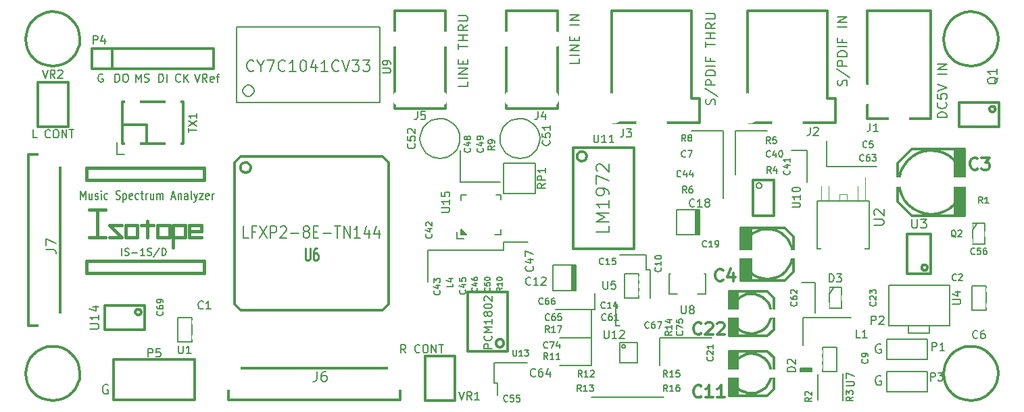
<source format=gto>
G04 (created by PCBNEW-RS274X (2012-01-19 BZR 3256)-stable) date 2012/07/23 17:39:25*
G01*
G70*
G90*
%MOIN*%
G04 Gerber Fmt 3.4, Leading zero omitted, Abs format*
%FSLAX34Y34*%
G04 APERTURE LIST*
%ADD10C,0.006000*%
%ADD11C,0.007900*%
%ADD12C,0.007100*%
%ADD13C,0.015700*%
%ADD14C,0.006300*%
%ADD15C,0.011800*%
%ADD16C,0.000100*%
%ADD17C,0.012000*%
%ADD18C,0.002600*%
%ADD19C,0.008000*%
%ADD20C,0.007800*%
%ADD21C,0.005000*%
%ADD22C,0.005900*%
%ADD23C,0.010000*%
%ADD24C,0.150800*%
%ADD25R,0.118900X0.040200*%
%ADD26C,0.099200*%
%ADD27R,0.050000X0.048100*%
%ADD28R,0.048100X0.050000*%
%ADD29R,0.028400X0.071700*%
%ADD30R,0.079500X0.103200*%
%ADD31R,0.050800X0.015800*%
%ADD32R,0.012600X0.046000*%
%ADD33R,0.046000X0.012600*%
%ADD34R,0.124800X0.124800*%
%ADD35R,0.026400X0.036200*%
%ADD36R,0.020500X0.036200*%
%ADD37R,0.134700X0.040200*%
%ADD38R,0.065800X0.048100*%
%ADD39R,0.040100X0.063700*%
%ADD40R,0.213300X0.252800*%
%ADD41R,0.016500X0.048000*%
%ADD42R,0.063800X0.099200*%
%ADD43C,0.237000*%
%ADD44R,0.087400X0.024400*%
%ADD45R,0.060800X0.060800*%
%ADD46C,0.060800*%
%ADD47R,0.170100X0.048000*%
%ADD48R,0.040200X0.028400*%
%ADD49R,0.030800X0.020800*%
%ADD50R,0.063800X0.063800*%
%ADD51R,0.048000X0.048000*%
%ADD52R,0.060800X0.010800*%
%ADD53R,0.010800X0.060800*%
%ADD54C,0.075600*%
%ADD55R,0.071700X0.090800*%
%ADD56R,0.020800X0.045800*%
%ADD57R,0.045800X0.020800*%
%ADD58R,0.048000X0.016500*%
%ADD59R,0.012600X0.055900*%
%ADD60R,0.118900X0.118900*%
%ADD61R,0.055900X0.012600*%
%ADD62R,0.079500X0.016500*%
%ADD63C,0.044100*%
%ADD64R,0.040200X0.032300*%
%ADD65R,0.032300X0.040200*%
G04 APERTURE END LIST*
G54D10*
G54D11*
X39724Y-07874D02*
X42205Y-07874D01*
X39724Y-06614D02*
X39724Y-07874D01*
X31024Y-12992D02*
X31024Y-14370D01*
X30827Y-12992D02*
X31024Y-12992D01*
X30827Y-12835D02*
X30827Y-12992D01*
X23504Y-18583D02*
X23504Y-19173D01*
X23346Y-18583D02*
X23504Y-18583D01*
X23346Y-17598D02*
X23346Y-18583D01*
X24961Y-17598D02*
X23346Y-17598D01*
X39173Y-13622D02*
X39173Y-13780D01*
X38504Y-13622D02*
X39173Y-13622D01*
X38583Y-15354D02*
X40945Y-15354D01*
X39173Y-14961D02*
X39173Y-15118D01*
X28307Y-14961D02*
X28307Y-14134D01*
X28307Y-14961D02*
X28150Y-14961D01*
X26575Y-14961D02*
X26378Y-14961D01*
X26575Y-14961D02*
X28150Y-14961D01*
X21654Y-08661D02*
X21654Y-07087D01*
X23622Y-08661D02*
X21654Y-08661D01*
X20079Y-12008D02*
X23819Y-12008D01*
X20079Y-13386D02*
X20079Y-12008D01*
X23819Y-11614D02*
X23819Y-12008D01*
X25000Y-11614D02*
X23819Y-11614D01*
X20079Y-13386D02*
X20079Y-13583D01*
X04724Y-07283D02*
X05118Y-07283D01*
X04724Y-06693D02*
X04724Y-07283D01*
X39173Y-14961D02*
X39173Y-13780D01*
X40551Y-18110D02*
X40551Y-18307D01*
X38583Y-16732D02*
X38583Y-15354D01*
X28150Y-14961D02*
X28150Y-17717D01*
X29331Y-15748D02*
X29528Y-15748D01*
X29331Y-14567D02*
X29331Y-15748D01*
X26575Y-16339D02*
X28150Y-16339D01*
X38780Y-07087D02*
X38780Y-08661D01*
X37992Y-07087D02*
X38780Y-07087D01*
X35236Y-06102D02*
X36811Y-06102D01*
X35236Y-08268D02*
X35236Y-06102D01*
X34646Y-06102D02*
X34646Y-09449D01*
X33071Y-06102D02*
X34646Y-06102D01*
X31693Y-19291D02*
X28150Y-19291D01*
X31496Y-16339D02*
X34055Y-16339D01*
X31496Y-17717D02*
X31496Y-16339D01*
X26575Y-17717D02*
X28150Y-17717D01*
X23819Y-09213D02*
X23819Y-07717D01*
X25354Y-09213D02*
X23819Y-09213D01*
X25354Y-07717D02*
X25354Y-09213D01*
X23819Y-07717D02*
X25354Y-07717D01*
X39292Y-18149D02*
X39292Y-19409D01*
X40551Y-18188D02*
X40551Y-19448D01*
X30827Y-12244D02*
X30827Y-12835D01*
X29528Y-12244D02*
X30827Y-12244D01*
X11483Y-03123D02*
X11457Y-03149D01*
X11378Y-03176D01*
X11326Y-03176D01*
X11247Y-03149D01*
X11194Y-03097D01*
X11168Y-03044D01*
X11142Y-02939D01*
X11142Y-02861D01*
X11168Y-02756D01*
X11194Y-02703D01*
X11247Y-02651D01*
X11326Y-02625D01*
X11378Y-02625D01*
X11457Y-02651D01*
X11483Y-02677D01*
X11824Y-02913D02*
X11824Y-03176D01*
X11640Y-02625D02*
X11824Y-02913D01*
X12008Y-02625D01*
X12139Y-02625D02*
X12506Y-02625D01*
X12270Y-03176D01*
X13031Y-03123D02*
X13005Y-03149D01*
X12926Y-03176D01*
X12874Y-03176D01*
X12795Y-03149D01*
X12742Y-03097D01*
X12716Y-03044D01*
X12690Y-02939D01*
X12690Y-02861D01*
X12716Y-02756D01*
X12742Y-02703D01*
X12795Y-02651D01*
X12874Y-02625D01*
X12926Y-02625D01*
X13005Y-02651D01*
X13031Y-02677D01*
X13556Y-03176D02*
X13241Y-03176D01*
X13398Y-03176D02*
X13398Y-02625D01*
X13346Y-02703D01*
X13293Y-02756D01*
X13241Y-02782D01*
X13897Y-02625D02*
X13950Y-02625D01*
X14002Y-02651D01*
X14028Y-02677D01*
X14055Y-02729D01*
X14081Y-02834D01*
X14081Y-02966D01*
X14055Y-03071D01*
X14028Y-03123D01*
X14002Y-03149D01*
X13950Y-03176D01*
X13897Y-03176D01*
X13845Y-03149D01*
X13818Y-03123D01*
X13792Y-03071D01*
X13766Y-02966D01*
X13766Y-02834D01*
X13792Y-02729D01*
X13818Y-02677D01*
X13845Y-02651D01*
X13897Y-02625D01*
X14553Y-02808D02*
X14553Y-03176D01*
X14422Y-02598D02*
X14291Y-02992D01*
X14632Y-02992D01*
X15131Y-03176D02*
X14816Y-03176D01*
X14973Y-03176D02*
X14973Y-02625D01*
X14921Y-02703D01*
X14868Y-02756D01*
X14816Y-02782D01*
X15682Y-03123D02*
X15656Y-03149D01*
X15577Y-03176D01*
X15525Y-03176D01*
X15446Y-03149D01*
X15393Y-03097D01*
X15367Y-03044D01*
X15341Y-02939D01*
X15341Y-02861D01*
X15367Y-02756D01*
X15393Y-02703D01*
X15446Y-02651D01*
X15525Y-02625D01*
X15577Y-02625D01*
X15656Y-02651D01*
X15682Y-02677D01*
X15839Y-02625D02*
X16023Y-03176D01*
X16207Y-02625D01*
X16338Y-02625D02*
X16679Y-02625D01*
X16495Y-02834D01*
X16574Y-02834D01*
X16626Y-02861D01*
X16653Y-02887D01*
X16679Y-02939D01*
X16679Y-03071D01*
X16653Y-03123D01*
X16626Y-03149D01*
X16574Y-03176D01*
X16416Y-03176D01*
X16364Y-03149D01*
X16338Y-03123D01*
X16863Y-02625D02*
X17204Y-02625D01*
X17020Y-02834D01*
X17099Y-02834D01*
X17151Y-02861D01*
X17178Y-02887D01*
X17204Y-02939D01*
X17204Y-03071D01*
X17178Y-03123D01*
X17151Y-03149D01*
X17099Y-03176D01*
X16941Y-03176D01*
X16889Y-03149D01*
X16863Y-03123D01*
X43780Y-16102D02*
X43780Y-15787D01*
X44803Y-16102D02*
X44803Y-15787D01*
X43780Y-16102D02*
X44803Y-16102D01*
X23230Y-16866D02*
X22836Y-16866D01*
X22836Y-16716D01*
X22855Y-16679D01*
X22874Y-16660D01*
X22912Y-16641D01*
X22968Y-16641D01*
X23005Y-16660D01*
X23024Y-16679D01*
X23043Y-16716D01*
X23043Y-16866D01*
X23193Y-16247D02*
X23212Y-16266D01*
X23230Y-16322D01*
X23230Y-16360D01*
X23212Y-16416D01*
X23174Y-16453D01*
X23137Y-16472D01*
X23062Y-16491D01*
X23005Y-16491D01*
X22930Y-16472D01*
X22893Y-16453D01*
X22855Y-16416D01*
X22836Y-16360D01*
X22836Y-16322D01*
X22855Y-16266D01*
X22874Y-16247D01*
X23230Y-16078D02*
X22836Y-16078D01*
X23118Y-15947D01*
X22836Y-15816D01*
X23230Y-15816D01*
X23230Y-15422D02*
X23230Y-15647D01*
X23230Y-15534D02*
X22836Y-15534D01*
X22893Y-15572D01*
X22930Y-15609D01*
X22949Y-15647D01*
X23005Y-15197D02*
X22987Y-15234D01*
X22968Y-15253D01*
X22930Y-15272D01*
X22912Y-15272D01*
X22874Y-15253D01*
X22855Y-15234D01*
X22836Y-15197D01*
X22836Y-15122D01*
X22855Y-15084D01*
X22874Y-15066D01*
X22912Y-15047D01*
X22930Y-15047D01*
X22968Y-15066D01*
X22987Y-15084D01*
X23005Y-15122D01*
X23005Y-15197D01*
X23024Y-15234D01*
X23043Y-15253D01*
X23080Y-15272D01*
X23155Y-15272D01*
X23193Y-15253D01*
X23212Y-15234D01*
X23230Y-15197D01*
X23230Y-15122D01*
X23212Y-15084D01*
X23193Y-15066D01*
X23155Y-15047D01*
X23080Y-15047D01*
X23043Y-15066D01*
X23024Y-15084D01*
X23005Y-15122D01*
X22836Y-14803D02*
X22836Y-14766D01*
X22855Y-14728D01*
X22874Y-14709D01*
X22912Y-14691D01*
X22987Y-14672D01*
X23080Y-14672D01*
X23155Y-14691D01*
X23193Y-14709D01*
X23212Y-14728D01*
X23230Y-14766D01*
X23230Y-14803D01*
X23212Y-14841D01*
X23193Y-14859D01*
X23155Y-14878D01*
X23080Y-14897D01*
X22987Y-14897D01*
X22912Y-14878D01*
X22874Y-14859D01*
X22855Y-14841D01*
X22836Y-14803D01*
X22874Y-14522D02*
X22855Y-14503D01*
X22836Y-14466D01*
X22836Y-14372D01*
X22855Y-14334D01*
X22874Y-14316D01*
X22912Y-14297D01*
X22949Y-14297D01*
X23005Y-14316D01*
X23230Y-14541D01*
X23230Y-14297D01*
X28995Y-10814D02*
X28995Y-11114D01*
X28365Y-11114D01*
X28995Y-10604D02*
X28365Y-10604D01*
X28815Y-10394D01*
X28365Y-10184D01*
X28995Y-10184D01*
X28995Y-09554D02*
X28995Y-09914D01*
X28995Y-09734D02*
X28365Y-09734D01*
X28455Y-09794D01*
X28515Y-09854D01*
X28545Y-09914D01*
X28995Y-09254D02*
X28995Y-09134D01*
X28965Y-09074D01*
X28935Y-09044D01*
X28845Y-08984D01*
X28725Y-08954D01*
X28485Y-08954D01*
X28425Y-08984D01*
X28395Y-09014D01*
X28365Y-09074D01*
X28365Y-09194D01*
X28395Y-09254D01*
X28425Y-09284D01*
X28485Y-09314D01*
X28635Y-09314D01*
X28695Y-09284D01*
X28725Y-09254D01*
X28755Y-09194D01*
X28755Y-09074D01*
X28725Y-09014D01*
X28695Y-08984D01*
X28635Y-08954D01*
X28365Y-08744D02*
X28365Y-08324D01*
X28995Y-08594D01*
X28425Y-08114D02*
X28395Y-08084D01*
X28365Y-08024D01*
X28365Y-07874D01*
X28395Y-07814D01*
X28425Y-07784D01*
X28485Y-07754D01*
X28545Y-07754D01*
X28635Y-07784D01*
X28995Y-08144D01*
X28995Y-07754D01*
X45663Y-05461D02*
X45191Y-05461D01*
X45191Y-05348D01*
X45214Y-05281D01*
X45258Y-05236D01*
X45303Y-05213D01*
X45393Y-05191D01*
X45461Y-05191D01*
X45551Y-05213D01*
X45596Y-05236D01*
X45641Y-05281D01*
X45663Y-05348D01*
X45663Y-05461D01*
X45618Y-04719D02*
X45641Y-04741D01*
X45663Y-04809D01*
X45663Y-04854D01*
X45641Y-04921D01*
X45596Y-04966D01*
X45551Y-04989D01*
X45461Y-05011D01*
X45393Y-05011D01*
X45303Y-04989D01*
X45258Y-04966D01*
X45214Y-04921D01*
X45191Y-04854D01*
X45191Y-04809D01*
X45214Y-04741D01*
X45236Y-04719D01*
X45191Y-04292D02*
X45191Y-04517D01*
X45416Y-04539D01*
X45393Y-04517D01*
X45371Y-04472D01*
X45371Y-04359D01*
X45393Y-04314D01*
X45416Y-04292D01*
X45461Y-04269D01*
X45573Y-04269D01*
X45618Y-04292D01*
X45641Y-04314D01*
X45663Y-04359D01*
X45663Y-04472D01*
X45641Y-04517D01*
X45618Y-04539D01*
X45191Y-04134D02*
X45663Y-03977D01*
X45191Y-03819D01*
X45663Y-03302D02*
X45191Y-03302D01*
X45663Y-03077D02*
X45191Y-03077D01*
X45663Y-02807D01*
X45191Y-02807D01*
X40720Y-03873D02*
X40742Y-03806D01*
X40742Y-03693D01*
X40720Y-03648D01*
X40697Y-03626D01*
X40652Y-03603D01*
X40607Y-03603D01*
X40562Y-03626D01*
X40540Y-03648D01*
X40517Y-03693D01*
X40495Y-03783D01*
X40472Y-03828D01*
X40450Y-03851D01*
X40405Y-03873D01*
X40360Y-03873D01*
X40315Y-03851D01*
X40293Y-03828D01*
X40270Y-03783D01*
X40270Y-03671D01*
X40293Y-03603D01*
X40248Y-03063D02*
X40854Y-03468D01*
X40742Y-02907D02*
X40270Y-02907D01*
X40270Y-02727D01*
X40293Y-02682D01*
X40315Y-02659D01*
X40360Y-02637D01*
X40427Y-02637D01*
X40472Y-02659D01*
X40495Y-02682D01*
X40517Y-02727D01*
X40517Y-02907D01*
X40742Y-02435D02*
X40270Y-02435D01*
X40270Y-02322D01*
X40293Y-02255D01*
X40337Y-02210D01*
X40382Y-02187D01*
X40472Y-02165D01*
X40540Y-02165D01*
X40630Y-02187D01*
X40675Y-02210D01*
X40720Y-02255D01*
X40742Y-02322D01*
X40742Y-02435D01*
X40742Y-01963D02*
X40270Y-01963D01*
X40495Y-01580D02*
X40495Y-01738D01*
X40742Y-01738D02*
X40270Y-01738D01*
X40270Y-01513D01*
X40742Y-00973D02*
X40270Y-00973D01*
X40742Y-00748D02*
X40270Y-00748D01*
X40742Y-00478D01*
X40270Y-00478D01*
X34224Y-04818D02*
X34246Y-04751D01*
X34246Y-04638D01*
X34224Y-04593D01*
X34201Y-04571D01*
X34156Y-04548D01*
X34111Y-04548D01*
X34066Y-04571D01*
X34044Y-04593D01*
X34021Y-04638D01*
X33999Y-04728D01*
X33976Y-04773D01*
X33954Y-04796D01*
X33909Y-04818D01*
X33864Y-04818D01*
X33819Y-04796D01*
X33797Y-04773D01*
X33774Y-04728D01*
X33774Y-04616D01*
X33797Y-04548D01*
X33752Y-04008D02*
X34358Y-04413D01*
X34246Y-03852D02*
X33774Y-03852D01*
X33774Y-03672D01*
X33797Y-03627D01*
X33819Y-03604D01*
X33864Y-03582D01*
X33931Y-03582D01*
X33976Y-03604D01*
X33999Y-03627D01*
X34021Y-03672D01*
X34021Y-03852D01*
X34246Y-03380D02*
X33774Y-03380D01*
X33774Y-03267D01*
X33797Y-03200D01*
X33841Y-03155D01*
X33886Y-03132D01*
X33976Y-03110D01*
X34044Y-03110D01*
X34134Y-03132D01*
X34179Y-03155D01*
X34224Y-03200D01*
X34246Y-03267D01*
X34246Y-03380D01*
X34246Y-02908D02*
X33774Y-02908D01*
X33999Y-02525D02*
X33999Y-02683D01*
X34246Y-02683D02*
X33774Y-02683D01*
X33774Y-02458D01*
X33774Y-01985D02*
X33774Y-01715D01*
X34246Y-01850D02*
X33774Y-01850D01*
X34246Y-01558D02*
X33774Y-01558D01*
X33999Y-01558D02*
X33999Y-01288D01*
X34246Y-01288D02*
X33774Y-01288D01*
X34246Y-00794D02*
X34021Y-00951D01*
X34246Y-01064D02*
X33774Y-01064D01*
X33774Y-00884D01*
X33797Y-00839D01*
X33819Y-00816D01*
X33864Y-00794D01*
X33931Y-00794D01*
X33976Y-00816D01*
X33999Y-00839D01*
X34021Y-00884D01*
X34021Y-01064D01*
X33774Y-00592D02*
X34156Y-00592D01*
X34201Y-00569D01*
X34224Y-00547D01*
X34246Y-00502D01*
X34246Y-00412D01*
X34224Y-00367D01*
X34201Y-00344D01*
X34156Y-00322D01*
X33774Y-00322D01*
X27553Y-02541D02*
X27553Y-02766D01*
X27081Y-02766D01*
X27553Y-02384D02*
X27081Y-02384D01*
X27553Y-02159D02*
X27081Y-02159D01*
X27553Y-01889D01*
X27081Y-01889D01*
X27306Y-01665D02*
X27306Y-01507D01*
X27553Y-01440D02*
X27553Y-01665D01*
X27081Y-01665D01*
X27081Y-01440D01*
X27553Y-00878D02*
X27081Y-00878D01*
X27553Y-00653D02*
X27081Y-00653D01*
X27553Y-00383D01*
X27081Y-00383D01*
X22041Y-03682D02*
X22041Y-03907D01*
X21569Y-03907D01*
X22041Y-03525D02*
X21569Y-03525D01*
X22041Y-03300D02*
X21569Y-03300D01*
X22041Y-03030D01*
X21569Y-03030D01*
X21794Y-02806D02*
X21794Y-02648D01*
X22041Y-02581D02*
X22041Y-02806D01*
X21569Y-02806D01*
X21569Y-02581D01*
X21569Y-02086D02*
X21569Y-01816D01*
X22041Y-01951D02*
X21569Y-01951D01*
X22041Y-01659D02*
X21569Y-01659D01*
X21794Y-01659D02*
X21794Y-01389D01*
X22041Y-01389D02*
X21569Y-01389D01*
X22041Y-00895D02*
X21816Y-01052D01*
X22041Y-01165D02*
X21569Y-01165D01*
X21569Y-00985D01*
X21592Y-00940D01*
X21614Y-00917D01*
X21659Y-00895D01*
X21726Y-00895D01*
X21771Y-00917D01*
X21794Y-00940D01*
X21816Y-00985D01*
X21816Y-01165D01*
X21569Y-00693D02*
X21951Y-00693D01*
X21996Y-00670D01*
X22019Y-00648D01*
X22041Y-00603D01*
X22041Y-00513D01*
X22019Y-00468D01*
X21996Y-00445D01*
X21951Y-00423D01*
X21569Y-00423D01*
G54D12*
X08564Y-03308D02*
X08695Y-03702D01*
X08826Y-03308D01*
X09183Y-03702D02*
X09052Y-03515D01*
X08958Y-03702D02*
X08958Y-03308D01*
X09108Y-03308D01*
X09145Y-03327D01*
X09164Y-03346D01*
X09183Y-03384D01*
X09183Y-03440D01*
X09164Y-03477D01*
X09145Y-03496D01*
X09108Y-03515D01*
X08958Y-03515D01*
X09502Y-03684D02*
X09464Y-03702D01*
X09389Y-03702D01*
X09352Y-03684D01*
X09333Y-03646D01*
X09333Y-03496D01*
X09352Y-03459D01*
X09389Y-03440D01*
X09464Y-03440D01*
X09502Y-03459D01*
X09521Y-03496D01*
X09521Y-03534D01*
X09333Y-03571D01*
X09634Y-03440D02*
X09784Y-03440D01*
X09690Y-03702D02*
X09690Y-03365D01*
X09709Y-03327D01*
X09746Y-03308D01*
X09784Y-03308D01*
X07878Y-03665D02*
X07859Y-03684D01*
X07803Y-03702D01*
X07765Y-03702D01*
X07709Y-03684D01*
X07672Y-03646D01*
X07653Y-03609D01*
X07634Y-03534D01*
X07634Y-03477D01*
X07653Y-03402D01*
X07672Y-03365D01*
X07709Y-03327D01*
X07765Y-03308D01*
X07803Y-03308D01*
X07859Y-03327D01*
X07878Y-03346D01*
X08047Y-03702D02*
X08047Y-03308D01*
X08272Y-03702D02*
X08103Y-03477D01*
X08272Y-03308D02*
X08047Y-03534D01*
X06811Y-03702D02*
X06811Y-03308D01*
X06905Y-03308D01*
X06961Y-03327D01*
X06998Y-03365D01*
X07017Y-03402D01*
X07036Y-03477D01*
X07036Y-03534D01*
X07017Y-03609D01*
X06998Y-03646D01*
X06961Y-03684D01*
X06905Y-03702D01*
X06811Y-03702D01*
X07205Y-03702D02*
X07205Y-03308D01*
X05666Y-03702D02*
X05666Y-03308D01*
X05797Y-03590D01*
X05928Y-03308D01*
X05928Y-03702D01*
X06097Y-03684D02*
X06153Y-03702D01*
X06247Y-03702D01*
X06285Y-03684D01*
X06303Y-03665D01*
X06322Y-03627D01*
X06322Y-03590D01*
X06303Y-03552D01*
X06285Y-03534D01*
X06247Y-03515D01*
X06172Y-03496D01*
X06135Y-03477D01*
X06116Y-03459D01*
X06097Y-03421D01*
X06097Y-03384D01*
X06116Y-03346D01*
X06135Y-03327D01*
X06172Y-03308D01*
X06266Y-03308D01*
X06322Y-03327D01*
X04652Y-03702D02*
X04652Y-03308D01*
X04746Y-03308D01*
X04802Y-03327D01*
X04839Y-03365D01*
X04858Y-03402D01*
X04877Y-03477D01*
X04877Y-03534D01*
X04858Y-03609D01*
X04839Y-03646D01*
X04802Y-03684D01*
X04746Y-03702D01*
X04652Y-03702D01*
X05121Y-03308D02*
X05196Y-03308D01*
X05233Y-03327D01*
X05271Y-03365D01*
X05290Y-03440D01*
X05290Y-03571D01*
X05271Y-03646D01*
X05233Y-03684D01*
X05196Y-03702D01*
X05121Y-03702D01*
X05083Y-03684D01*
X05046Y-03646D01*
X05027Y-03571D01*
X05027Y-03440D01*
X05046Y-03365D01*
X05083Y-03327D01*
X05121Y-03308D01*
X04040Y-03327D02*
X04003Y-03308D01*
X03946Y-03308D01*
X03890Y-03327D01*
X03853Y-03365D01*
X03834Y-03402D01*
X03815Y-03477D01*
X03815Y-03534D01*
X03834Y-03609D01*
X03853Y-03646D01*
X03890Y-03684D01*
X03946Y-03702D01*
X03984Y-03702D01*
X04040Y-03684D01*
X04059Y-03665D01*
X04059Y-03534D01*
X03984Y-03534D01*
G54D11*
X11222Y-11420D02*
X10978Y-11420D01*
X10978Y-10829D01*
X11563Y-11110D02*
X11392Y-11110D01*
X11392Y-11420D02*
X11392Y-10829D01*
X11636Y-10829D01*
X11782Y-10829D02*
X12123Y-11420D01*
X12123Y-10829D02*
X11782Y-11420D01*
X12319Y-11420D02*
X12319Y-10829D01*
X12514Y-10829D01*
X12563Y-10857D01*
X12587Y-10885D01*
X12611Y-10941D01*
X12611Y-11026D01*
X12587Y-11082D01*
X12563Y-11110D01*
X12514Y-11138D01*
X12319Y-11138D01*
X12807Y-10885D02*
X12831Y-10857D01*
X12880Y-10829D01*
X13002Y-10829D01*
X13050Y-10857D01*
X13075Y-10885D01*
X13099Y-10941D01*
X13099Y-10998D01*
X13075Y-11082D01*
X12782Y-11420D01*
X13099Y-11420D01*
X13319Y-11195D02*
X13709Y-11195D01*
X14026Y-11082D02*
X13977Y-11054D01*
X13953Y-11026D01*
X13929Y-10969D01*
X13929Y-10941D01*
X13953Y-10885D01*
X13977Y-10857D01*
X14026Y-10829D01*
X14124Y-10829D01*
X14172Y-10857D01*
X14197Y-10885D01*
X14221Y-10941D01*
X14221Y-10969D01*
X14197Y-11026D01*
X14172Y-11054D01*
X14124Y-11082D01*
X14026Y-11082D01*
X13977Y-11110D01*
X13953Y-11138D01*
X13929Y-11195D01*
X13929Y-11307D01*
X13953Y-11363D01*
X13977Y-11392D01*
X14026Y-11420D01*
X14124Y-11420D01*
X14172Y-11392D01*
X14197Y-11363D01*
X14221Y-11307D01*
X14221Y-11195D01*
X14197Y-11138D01*
X14172Y-11110D01*
X14124Y-11082D01*
X14441Y-11110D02*
X14612Y-11110D01*
X14685Y-11420D02*
X14441Y-11420D01*
X14441Y-10829D01*
X14685Y-10829D01*
X14904Y-11195D02*
X15294Y-11195D01*
X15465Y-10829D02*
X15757Y-10829D01*
X15611Y-11420D02*
X15611Y-10829D01*
X15928Y-11420D02*
X15928Y-10829D01*
X16220Y-11420D01*
X16220Y-10829D01*
X16732Y-11420D02*
X16440Y-11420D01*
X16586Y-11420D02*
X16586Y-10829D01*
X16537Y-10913D01*
X16488Y-10969D01*
X16440Y-10998D01*
X17171Y-11026D02*
X17171Y-11420D01*
X17049Y-10801D02*
X16928Y-11223D01*
X17244Y-11223D01*
X17659Y-11026D02*
X17659Y-11420D01*
X17537Y-10801D02*
X17416Y-11223D01*
X17732Y-11223D01*
X04297Y-18679D02*
X04252Y-18656D01*
X04184Y-18656D01*
X04117Y-18679D01*
X04072Y-18723D01*
X04049Y-18768D01*
X04027Y-18858D01*
X04027Y-18926D01*
X04049Y-19016D01*
X04072Y-19061D01*
X04117Y-19106D01*
X04184Y-19128D01*
X04229Y-19128D01*
X04297Y-19106D01*
X04319Y-19083D01*
X04319Y-18926D01*
X04229Y-18926D01*
G54D13*
X09036Y-07954D02*
X09036Y-08544D01*
X03229Y-08544D02*
X03229Y-07954D01*
X09036Y-08544D02*
X03229Y-08544D01*
X03229Y-07954D02*
X09036Y-07954D01*
G54D14*
X00787Y-06458D02*
X00600Y-06458D01*
X00600Y-06064D01*
X01444Y-06421D02*
X01425Y-06440D01*
X01369Y-06458D01*
X01331Y-06458D01*
X01275Y-06440D01*
X01238Y-06402D01*
X01219Y-06365D01*
X01200Y-06290D01*
X01200Y-06233D01*
X01219Y-06158D01*
X01238Y-06121D01*
X01275Y-06083D01*
X01331Y-06064D01*
X01369Y-06064D01*
X01425Y-06083D01*
X01444Y-06102D01*
X01688Y-06064D02*
X01763Y-06064D01*
X01800Y-06083D01*
X01838Y-06121D01*
X01857Y-06196D01*
X01857Y-06327D01*
X01838Y-06402D01*
X01800Y-06440D01*
X01763Y-06458D01*
X01688Y-06458D01*
X01650Y-06440D01*
X01613Y-06402D01*
X01594Y-06327D01*
X01594Y-06196D01*
X01613Y-06121D01*
X01650Y-06083D01*
X01688Y-06064D01*
X02026Y-06458D02*
X02026Y-06064D01*
X02251Y-06458D01*
X02251Y-06064D01*
X02383Y-06064D02*
X02608Y-06064D01*
X02495Y-06458D02*
X02495Y-06064D01*
X18976Y-17088D02*
X18845Y-16901D01*
X18751Y-17088D02*
X18751Y-16694D01*
X18901Y-16694D01*
X18938Y-16713D01*
X18957Y-16732D01*
X18976Y-16770D01*
X18976Y-16826D01*
X18957Y-16863D01*
X18938Y-16882D01*
X18901Y-16901D01*
X18751Y-16901D01*
X19670Y-17051D02*
X19651Y-17070D01*
X19595Y-17088D01*
X19557Y-17088D01*
X19501Y-17070D01*
X19464Y-17032D01*
X19445Y-16995D01*
X19426Y-16920D01*
X19426Y-16863D01*
X19445Y-16788D01*
X19464Y-16751D01*
X19501Y-16713D01*
X19557Y-16694D01*
X19595Y-16694D01*
X19651Y-16713D01*
X19670Y-16732D01*
X19914Y-16694D02*
X19989Y-16694D01*
X20026Y-16713D01*
X20064Y-16751D01*
X20083Y-16826D01*
X20083Y-16957D01*
X20064Y-17032D01*
X20026Y-17070D01*
X19989Y-17088D01*
X19914Y-17088D01*
X19876Y-17070D01*
X19839Y-17032D01*
X19820Y-16957D01*
X19820Y-16826D01*
X19839Y-16751D01*
X19876Y-16713D01*
X19914Y-16694D01*
X20252Y-17088D02*
X20252Y-16694D01*
X20477Y-17088D01*
X20477Y-16694D01*
X20609Y-16694D02*
X20834Y-16694D01*
X20721Y-17088D02*
X20721Y-16694D01*
G54D13*
X03228Y-12559D02*
X09035Y-12559D01*
X09035Y-13149D02*
X03228Y-13149D01*
X03386Y-11378D02*
X04173Y-11378D01*
X04173Y-10000D02*
X03386Y-10000D01*
X03228Y-13149D02*
X03228Y-12559D01*
X09035Y-12559D02*
X09035Y-13149D01*
X08110Y-11378D02*
X07519Y-11378D01*
X08110Y-10788D02*
X08110Y-11378D01*
X07519Y-10788D02*
X08110Y-10788D01*
X07519Y-10788D02*
X07519Y-11870D01*
X08897Y-11083D02*
X08897Y-10788D01*
X08307Y-11083D02*
X08897Y-11083D01*
X08307Y-10788D02*
X08897Y-10788D01*
X08307Y-11378D02*
X08307Y-10788D01*
X08897Y-11378D02*
X08307Y-11378D01*
X06732Y-10788D02*
X07323Y-10788D01*
X07323Y-11378D02*
X07323Y-10788D01*
X06732Y-11378D02*
X07323Y-11378D01*
X06732Y-10788D02*
X06732Y-11378D01*
X06240Y-10591D02*
X06240Y-11378D01*
X05945Y-10788D02*
X06536Y-10788D01*
X05748Y-10788D02*
X05158Y-10788D01*
X05748Y-11378D02*
X05748Y-10788D01*
X05158Y-11378D02*
X05748Y-11378D01*
X05158Y-10788D02*
X05158Y-11378D01*
X04961Y-11378D02*
X04371Y-11378D01*
X04371Y-10788D02*
X04961Y-11378D01*
X04961Y-10788D02*
X04371Y-10788D01*
X03780Y-10000D02*
X03780Y-11378D01*
G54D14*
X04976Y-12270D02*
X04976Y-11916D01*
X05128Y-12253D02*
X05179Y-12270D01*
X05263Y-12270D01*
X05297Y-12253D01*
X05314Y-12237D01*
X05331Y-12203D01*
X05331Y-12169D01*
X05314Y-12135D01*
X05297Y-12119D01*
X05263Y-12102D01*
X05196Y-12085D01*
X05162Y-12068D01*
X05145Y-12051D01*
X05128Y-12017D01*
X05128Y-11984D01*
X05145Y-11950D01*
X05162Y-11933D01*
X05196Y-11916D01*
X05280Y-11916D01*
X05331Y-11933D01*
X05482Y-12135D02*
X05752Y-12135D01*
X06106Y-12270D02*
X05903Y-12270D01*
X06005Y-12270D02*
X06005Y-11916D01*
X05971Y-11967D01*
X05937Y-12001D01*
X05903Y-12017D01*
X06240Y-12253D02*
X06291Y-12270D01*
X06375Y-12270D01*
X06409Y-12253D01*
X06426Y-12237D01*
X06443Y-12203D01*
X06443Y-12169D01*
X06426Y-12135D01*
X06409Y-12119D01*
X06375Y-12102D01*
X06308Y-12085D01*
X06274Y-12068D01*
X06257Y-12051D01*
X06240Y-12017D01*
X06240Y-11984D01*
X06257Y-11950D01*
X06274Y-11933D01*
X06308Y-11916D01*
X06392Y-11916D01*
X06443Y-11933D01*
X06847Y-11899D02*
X06544Y-12355D01*
X06965Y-12270D02*
X06965Y-11916D01*
X07050Y-11916D01*
X07100Y-11933D01*
X07134Y-11967D01*
X07151Y-12001D01*
X07168Y-12068D01*
X07168Y-12119D01*
X07151Y-12186D01*
X07134Y-12220D01*
X07100Y-12253D01*
X07050Y-12270D01*
X06965Y-12270D01*
G54D11*
X42407Y-18246D02*
X42362Y-18223D01*
X42294Y-18223D01*
X42227Y-18246D01*
X42182Y-18290D01*
X42159Y-18335D01*
X42137Y-18425D01*
X42137Y-18493D01*
X42159Y-18583D01*
X42182Y-18628D01*
X42227Y-18673D01*
X42294Y-18695D01*
X42339Y-18695D01*
X42407Y-18673D01*
X42429Y-18650D01*
X42429Y-18493D01*
X42339Y-18493D01*
X42407Y-16671D02*
X42362Y-16648D01*
X42294Y-16648D01*
X42227Y-16671D01*
X42182Y-16715D01*
X42159Y-16760D01*
X42137Y-16850D01*
X42137Y-16918D01*
X42159Y-17008D01*
X42182Y-17053D01*
X42227Y-17098D01*
X42294Y-17120D01*
X42339Y-17120D01*
X42407Y-17098D01*
X42429Y-17075D01*
X42429Y-16918D01*
X42339Y-16918D01*
G54D14*
X02951Y-09506D02*
X02951Y-09073D01*
X03069Y-09382D01*
X03187Y-09073D01*
X03187Y-09506D01*
X03508Y-09217D02*
X03508Y-09506D01*
X03356Y-09217D02*
X03356Y-09444D01*
X03373Y-09485D01*
X03407Y-09506D01*
X03457Y-09506D01*
X03491Y-09485D01*
X03508Y-09465D01*
X03659Y-09485D02*
X03693Y-09506D01*
X03761Y-09506D01*
X03794Y-09485D01*
X03811Y-09444D01*
X03811Y-09423D01*
X03794Y-09382D01*
X03761Y-09361D01*
X03710Y-09361D01*
X03676Y-09341D01*
X03659Y-09300D01*
X03659Y-09279D01*
X03676Y-09238D01*
X03710Y-09217D01*
X03761Y-09217D01*
X03794Y-09238D01*
X03963Y-09506D02*
X03963Y-09217D01*
X03963Y-09073D02*
X03946Y-09093D01*
X03963Y-09114D01*
X03980Y-09093D01*
X03963Y-09073D01*
X03963Y-09114D01*
X04284Y-09485D02*
X04250Y-09506D01*
X04183Y-09506D01*
X04149Y-09485D01*
X04132Y-09465D01*
X04115Y-09423D01*
X04115Y-09300D01*
X04132Y-09258D01*
X04149Y-09238D01*
X04183Y-09217D01*
X04250Y-09217D01*
X04284Y-09238D01*
X04688Y-09485D02*
X04739Y-09506D01*
X04823Y-09506D01*
X04857Y-09485D01*
X04874Y-09465D01*
X04891Y-09423D01*
X04891Y-09382D01*
X04874Y-09341D01*
X04857Y-09320D01*
X04823Y-09300D01*
X04756Y-09279D01*
X04722Y-09258D01*
X04705Y-09238D01*
X04688Y-09196D01*
X04688Y-09155D01*
X04705Y-09114D01*
X04722Y-09093D01*
X04756Y-09073D01*
X04840Y-09073D01*
X04891Y-09093D01*
X05042Y-09217D02*
X05042Y-09650D01*
X05042Y-09238D02*
X05076Y-09217D01*
X05143Y-09217D01*
X05177Y-09238D01*
X05194Y-09258D01*
X05211Y-09300D01*
X05211Y-09423D01*
X05194Y-09465D01*
X05177Y-09485D01*
X05143Y-09506D01*
X05076Y-09506D01*
X05042Y-09485D01*
X05497Y-09485D02*
X05463Y-09506D01*
X05396Y-09506D01*
X05362Y-09485D01*
X05345Y-09444D01*
X05345Y-09279D01*
X05362Y-09238D01*
X05396Y-09217D01*
X05463Y-09217D01*
X05497Y-09238D01*
X05514Y-09279D01*
X05514Y-09320D01*
X05345Y-09361D01*
X05817Y-09485D02*
X05783Y-09506D01*
X05716Y-09506D01*
X05682Y-09485D01*
X05665Y-09465D01*
X05648Y-09423D01*
X05648Y-09300D01*
X05665Y-09258D01*
X05682Y-09238D01*
X05716Y-09217D01*
X05783Y-09217D01*
X05817Y-09238D01*
X05918Y-09217D02*
X06053Y-09217D01*
X05968Y-09073D02*
X05968Y-09444D01*
X05985Y-09485D01*
X06019Y-09506D01*
X06053Y-09506D01*
X06170Y-09506D02*
X06170Y-09217D01*
X06170Y-09300D02*
X06187Y-09258D01*
X06204Y-09238D01*
X06238Y-09217D01*
X06271Y-09217D01*
X06541Y-09217D02*
X06541Y-09506D01*
X06389Y-09217D02*
X06389Y-09444D01*
X06406Y-09485D01*
X06440Y-09506D01*
X06490Y-09506D01*
X06524Y-09485D01*
X06541Y-09465D01*
X06709Y-09506D02*
X06709Y-09217D01*
X06709Y-09258D02*
X06726Y-09238D01*
X06760Y-09217D01*
X06810Y-09217D01*
X06844Y-09238D01*
X06861Y-09279D01*
X06861Y-09506D01*
X06861Y-09279D02*
X06878Y-09238D01*
X06912Y-09217D01*
X06962Y-09217D01*
X06996Y-09238D01*
X07013Y-09279D01*
X07013Y-09506D01*
X07434Y-09382D02*
X07603Y-09382D01*
X07401Y-09506D02*
X07519Y-09073D01*
X07637Y-09506D01*
X07754Y-09217D02*
X07754Y-09506D01*
X07754Y-09258D02*
X07771Y-09238D01*
X07805Y-09217D01*
X07855Y-09217D01*
X07889Y-09238D01*
X07906Y-09279D01*
X07906Y-09506D01*
X08226Y-09506D02*
X08226Y-09279D01*
X08209Y-09238D01*
X08175Y-09217D01*
X08108Y-09217D01*
X08074Y-09238D01*
X08226Y-09485D02*
X08192Y-09506D01*
X08108Y-09506D01*
X08074Y-09485D01*
X08057Y-09444D01*
X08057Y-09403D01*
X08074Y-09361D01*
X08108Y-09341D01*
X08192Y-09341D01*
X08226Y-09320D01*
X08445Y-09506D02*
X08411Y-09485D01*
X08394Y-09444D01*
X08394Y-09073D01*
X08546Y-09217D02*
X08630Y-09506D01*
X08714Y-09217D02*
X08630Y-09506D01*
X08596Y-09609D01*
X08579Y-09629D01*
X08546Y-09650D01*
X08816Y-09217D02*
X09001Y-09217D01*
X08816Y-09506D01*
X09001Y-09506D01*
X09271Y-09485D02*
X09237Y-09506D01*
X09170Y-09506D01*
X09136Y-09485D01*
X09119Y-09444D01*
X09119Y-09279D01*
X09136Y-09238D01*
X09170Y-09217D01*
X09237Y-09217D01*
X09271Y-09238D01*
X09288Y-09279D01*
X09288Y-09320D01*
X09119Y-09361D01*
X09439Y-09506D02*
X09439Y-09217D01*
X09439Y-09300D02*
X09456Y-09258D01*
X09473Y-09238D01*
X09507Y-09217D01*
X09540Y-09217D01*
G54D15*
X33464Y-05709D02*
X29133Y-05709D01*
X29133Y-05670D02*
X29133Y-04134D01*
X33071Y-00985D02*
X33071Y-00197D01*
X33071Y-00197D02*
X29133Y-00197D01*
X29133Y-00197D02*
X29133Y-00985D01*
G54D16*
X32677Y-00198D02*
X29527Y-00198D01*
X29134Y-05709D02*
X33464Y-05709D01*
X33464Y-05709D02*
X33464Y-04528D01*
X33464Y-04528D02*
X33071Y-04528D01*
G54D15*
X33071Y-00985D02*
X33071Y-04528D01*
G54D17*
X33071Y-04528D02*
X33464Y-04528D01*
G54D15*
X33464Y-04528D02*
X33464Y-05709D01*
X29134Y-04135D02*
X29134Y-00985D01*
X40157Y-05709D02*
X35826Y-05709D01*
X35826Y-05670D02*
X35826Y-04134D01*
X39764Y-00985D02*
X39764Y-00197D01*
X39764Y-00197D02*
X35826Y-00197D01*
X35826Y-00197D02*
X35826Y-00985D01*
G54D16*
X39370Y-00198D02*
X36220Y-00198D01*
X35827Y-05709D02*
X40157Y-05709D01*
X40157Y-05709D02*
X40157Y-04528D01*
X40157Y-04528D02*
X39764Y-04528D01*
G54D15*
X39764Y-00985D02*
X39764Y-04528D01*
G54D17*
X39764Y-04528D02*
X40157Y-04528D01*
G54D15*
X40157Y-04528D02*
X40157Y-05709D01*
X35827Y-04135D02*
X35827Y-00985D01*
X37126Y-15944D02*
X37126Y-14370D01*
X35324Y-16257D02*
X35324Y-14057D01*
X35224Y-14057D02*
X35224Y-16257D01*
X35124Y-16257D02*
X35124Y-14057D01*
X35024Y-14057D02*
X35024Y-16257D01*
X34924Y-16257D02*
X34924Y-14057D01*
X37008Y-15157D02*
X36989Y-15348D01*
X36933Y-15531D01*
X36843Y-15701D01*
X36722Y-15850D01*
X36574Y-15972D01*
X36405Y-16064D01*
X36221Y-16120D01*
X36030Y-16140D01*
X35840Y-16123D01*
X35656Y-16069D01*
X35486Y-15980D01*
X35336Y-15860D01*
X35213Y-15712D01*
X35120Y-15544D01*
X35062Y-15361D01*
X35041Y-15170D01*
X35057Y-14980D01*
X35110Y-14795D01*
X35197Y-14624D01*
X35317Y-14474D01*
X35463Y-14349D01*
X35631Y-14256D01*
X35813Y-14196D01*
X36004Y-14174D01*
X36194Y-14188D01*
X36379Y-14240D01*
X36551Y-14327D01*
X36702Y-14445D01*
X36828Y-14590D01*
X36922Y-14757D01*
X36983Y-14939D01*
X37007Y-15130D01*
X37008Y-15157D01*
X34922Y-14055D02*
X36811Y-14055D01*
X36811Y-14055D02*
X37126Y-14370D01*
X37126Y-15944D02*
X36811Y-16259D01*
X36811Y-16259D02*
X34922Y-16259D01*
X37126Y-18897D02*
X37126Y-17323D01*
X35324Y-19210D02*
X35324Y-17010D01*
X35224Y-17010D02*
X35224Y-19210D01*
X35124Y-19210D02*
X35124Y-17010D01*
X35024Y-17010D02*
X35024Y-19210D01*
X34924Y-19210D02*
X34924Y-17010D01*
X37008Y-18110D02*
X36989Y-18301D01*
X36933Y-18484D01*
X36843Y-18654D01*
X36722Y-18803D01*
X36574Y-18925D01*
X36405Y-19017D01*
X36221Y-19073D01*
X36030Y-19093D01*
X35840Y-19076D01*
X35656Y-19022D01*
X35486Y-18933D01*
X35336Y-18813D01*
X35213Y-18665D01*
X35120Y-18497D01*
X35062Y-18314D01*
X35041Y-18123D01*
X35057Y-17933D01*
X35110Y-17748D01*
X35197Y-17577D01*
X35317Y-17427D01*
X35463Y-17302D01*
X35631Y-17209D01*
X35813Y-17149D01*
X36004Y-17127D01*
X36194Y-17141D01*
X36379Y-17193D01*
X36551Y-17280D01*
X36702Y-17398D01*
X36828Y-17543D01*
X36922Y-17710D01*
X36983Y-17892D01*
X37007Y-18083D01*
X37008Y-18110D01*
X34922Y-17008D02*
X36811Y-17008D01*
X36811Y-17008D02*
X37126Y-17323D01*
X37126Y-18897D02*
X36811Y-19212D01*
X36811Y-19212D02*
X34922Y-19212D01*
X41732Y-05512D02*
X41732Y-00197D01*
X44882Y-05512D02*
X41732Y-05512D01*
X44882Y-05512D02*
X44882Y-00197D01*
X44882Y-00197D02*
X41732Y-00197D01*
G54D11*
X33386Y-14173D02*
X33780Y-14173D01*
X31968Y-13189D02*
X32047Y-13189D01*
X33780Y-14173D02*
X33780Y-13189D01*
X33780Y-13189D02*
X33701Y-13189D01*
X31968Y-13189D02*
X31968Y-14173D01*
X31968Y-14173D02*
X32362Y-14173D01*
X29524Y-16574D02*
X29524Y-17598D01*
X30390Y-16574D02*
X30390Y-17598D01*
X29808Y-16770D02*
X29806Y-16787D01*
X29801Y-16803D01*
X29793Y-16818D01*
X29782Y-16832D01*
X29769Y-16842D01*
X29754Y-16851D01*
X29737Y-16856D01*
X29720Y-16857D01*
X29704Y-16856D01*
X29688Y-16851D01*
X29672Y-16843D01*
X29659Y-16832D01*
X29648Y-16819D01*
X29640Y-16804D01*
X29634Y-16788D01*
X29633Y-16771D01*
X29634Y-16755D01*
X29639Y-16738D01*
X29647Y-16723D01*
X29657Y-16709D01*
X29670Y-16698D01*
X29685Y-16690D01*
X29702Y-16685D01*
X29719Y-16683D01*
X29735Y-16684D01*
X29751Y-16688D01*
X29767Y-16696D01*
X29780Y-16707D01*
X29791Y-16720D01*
X29800Y-16735D01*
X29805Y-16751D01*
X29807Y-16768D01*
X29808Y-16770D01*
X30390Y-17598D02*
X29524Y-17598D01*
X30390Y-16574D02*
X29524Y-16574D01*
X21850Y-11454D02*
X21496Y-11454D01*
X21496Y-11454D02*
X21496Y-11100D01*
X21771Y-11218D02*
X21732Y-11179D01*
X21890Y-11257D02*
X21693Y-11060D01*
X21968Y-11257D02*
X21693Y-10982D01*
X21693Y-09289D02*
X21968Y-09289D01*
X21693Y-10982D02*
X21693Y-11257D01*
X21693Y-11257D02*
X21968Y-11257D01*
X23661Y-11257D02*
X23386Y-11257D01*
X23661Y-11257D02*
X23661Y-10982D01*
X23661Y-09289D02*
X23661Y-09525D01*
X23661Y-09289D02*
X23425Y-09289D01*
X21693Y-09564D02*
X21693Y-09289D01*
G54D15*
X36011Y-13505D02*
X36011Y-10905D01*
X35911Y-10905D02*
X35911Y-13505D01*
X35811Y-13505D02*
X35811Y-10905D01*
X35711Y-10905D02*
X35711Y-13505D01*
X35611Y-13505D02*
X35611Y-10905D01*
X38110Y-11339D02*
X38110Y-13071D01*
X38110Y-13071D02*
X37677Y-13504D01*
X37677Y-13504D02*
X35512Y-13504D01*
X37677Y-10906D02*
X35512Y-10906D01*
X37677Y-10906D02*
X38110Y-11339D01*
X35512Y-13504D02*
X35512Y-10906D01*
X38051Y-12205D02*
X38027Y-12445D01*
X37957Y-12677D01*
X37843Y-12891D01*
X37690Y-13078D01*
X37504Y-13233D01*
X37291Y-13348D01*
X37060Y-13419D01*
X36819Y-13444D01*
X36579Y-13423D01*
X36347Y-13354D01*
X36133Y-13242D01*
X35944Y-13090D01*
X35788Y-12905D01*
X35672Y-12693D01*
X35599Y-12462D01*
X35572Y-12222D01*
X35592Y-11982D01*
X35659Y-11749D01*
X35769Y-11534D01*
X35920Y-11344D01*
X36104Y-11187D01*
X36315Y-11069D01*
X36545Y-10994D01*
X36786Y-10966D01*
X37026Y-10984D01*
X37259Y-11049D01*
X37475Y-11159D01*
X37666Y-11308D01*
X37824Y-11491D01*
X37943Y-11701D01*
X38020Y-11931D01*
X38050Y-12171D01*
X38051Y-12205D01*
G54D11*
X38996Y-17971D02*
X38444Y-17971D01*
X38996Y-17932D02*
X38444Y-17932D01*
X38996Y-17892D02*
X38444Y-17892D01*
X38996Y-17853D02*
X38996Y-18011D01*
X38996Y-18011D02*
X38444Y-18011D01*
X38444Y-18011D02*
X38444Y-17853D01*
X38444Y-17853D02*
X38996Y-17853D01*
G54D18*
X41621Y-08403D02*
X41281Y-08403D01*
X41281Y-08403D02*
X41281Y-09543D01*
X41621Y-09543D02*
X41281Y-09543D01*
X41621Y-08403D02*
X41621Y-09543D01*
X39821Y-08403D02*
X39481Y-08403D01*
X39481Y-08403D02*
X39481Y-09543D01*
X39821Y-09543D02*
X39481Y-09543D01*
X39821Y-08403D02*
X39821Y-09543D01*
X40721Y-09243D02*
X40381Y-09243D01*
X40381Y-09243D02*
X40381Y-09543D01*
X40721Y-09543D02*
X40381Y-09543D01*
X40721Y-09243D02*
X40721Y-09543D01*
G54D19*
X39261Y-11943D02*
X39261Y-09583D01*
X39261Y-09583D02*
X41841Y-09583D01*
X41841Y-09583D02*
X41841Y-11943D01*
X41841Y-11942D02*
X39261Y-11942D01*
X41561Y-11983D02*
X41561Y-12263D01*
X41561Y-12263D02*
X41381Y-12443D01*
X41381Y-12443D02*
X39721Y-12443D01*
X39721Y-12443D02*
X39541Y-12263D01*
X39541Y-12263D02*
X39541Y-11983D01*
X39541Y-11983D02*
X41561Y-11983D01*
G54D20*
X41561Y-11983D02*
X41561Y-12263D01*
X41561Y-12263D02*
X41381Y-12443D01*
X41381Y-12443D02*
X39721Y-12443D01*
X39721Y-12443D02*
X39541Y-12263D01*
X39541Y-12263D02*
X39541Y-11983D01*
X39541Y-11983D02*
X41561Y-11983D01*
G54D11*
X10630Y-00985D02*
X17716Y-00985D01*
X17716Y-00985D02*
X17716Y-04725D01*
X17716Y-04725D02*
X10630Y-04725D01*
X10630Y-04725D02*
X10630Y-00985D01*
X11497Y-04135D02*
X11491Y-04188D01*
X11476Y-04240D01*
X11450Y-04288D01*
X11416Y-04330D01*
X11374Y-04364D01*
X11327Y-04390D01*
X11275Y-04406D01*
X11221Y-04411D01*
X11169Y-04407D01*
X11117Y-04391D01*
X11069Y-04366D01*
X11027Y-04332D01*
X10992Y-04291D01*
X10966Y-04244D01*
X10950Y-04192D01*
X10944Y-04138D01*
X10948Y-04085D01*
X10963Y-04034D01*
X10988Y-03985D01*
X11021Y-03943D01*
X11062Y-03908D01*
X11110Y-03882D01*
X11161Y-03865D01*
X11215Y-03859D01*
X11268Y-03863D01*
X11320Y-03877D01*
X11368Y-03902D01*
X11411Y-03935D01*
X11446Y-03976D01*
X11473Y-04023D01*
X11490Y-04074D01*
X11496Y-04128D01*
X11497Y-04135D01*
G54D15*
X48194Y-18110D02*
X48168Y-18371D01*
X48092Y-18622D01*
X47969Y-18853D01*
X47803Y-19057D01*
X47601Y-19224D01*
X47370Y-19348D01*
X47120Y-19426D01*
X46859Y-19453D01*
X46599Y-19430D01*
X46347Y-19356D01*
X46115Y-19234D01*
X45910Y-19070D01*
X45742Y-18869D01*
X45615Y-18639D01*
X45536Y-18389D01*
X45507Y-18128D01*
X45529Y-17868D01*
X45601Y-17616D01*
X45721Y-17382D01*
X45884Y-17177D01*
X46083Y-17007D01*
X46312Y-16879D01*
X46562Y-16798D01*
X46822Y-16767D01*
X47083Y-16787D01*
X47336Y-16857D01*
X47570Y-16976D01*
X47776Y-17137D01*
X47948Y-17336D01*
X48077Y-17564D01*
X48160Y-17813D01*
X48193Y-18073D01*
X48194Y-18110D01*
X48194Y-01575D02*
X48168Y-01836D01*
X48092Y-02087D01*
X47969Y-02318D01*
X47803Y-02522D01*
X47601Y-02689D01*
X47370Y-02813D01*
X47120Y-02891D01*
X46859Y-02918D01*
X46599Y-02895D01*
X46347Y-02821D01*
X46115Y-02699D01*
X45910Y-02535D01*
X45742Y-02334D01*
X45615Y-02104D01*
X45536Y-01854D01*
X45507Y-01593D01*
X45529Y-01333D01*
X45601Y-01081D01*
X45721Y-00847D01*
X45884Y-00642D01*
X46083Y-00472D01*
X46312Y-00344D01*
X46562Y-00263D01*
X46822Y-00232D01*
X47083Y-00252D01*
X47336Y-00322D01*
X47570Y-00441D01*
X47776Y-00602D01*
X47948Y-00801D01*
X48077Y-01029D01*
X48160Y-01278D01*
X48193Y-01538D01*
X48194Y-01575D01*
X02919Y-18110D02*
X02893Y-18371D01*
X02817Y-18622D01*
X02694Y-18853D01*
X02528Y-19057D01*
X02326Y-19224D01*
X02095Y-19348D01*
X01845Y-19426D01*
X01584Y-19453D01*
X01324Y-19430D01*
X01072Y-19356D01*
X00840Y-19234D01*
X00635Y-19070D01*
X00467Y-18869D01*
X00340Y-18639D01*
X00261Y-18389D01*
X00232Y-18128D01*
X00254Y-17868D01*
X00326Y-17616D01*
X00446Y-17382D01*
X00609Y-17177D01*
X00808Y-17007D01*
X01037Y-16879D01*
X01287Y-16798D01*
X01547Y-16767D01*
X01808Y-16787D01*
X02061Y-16857D01*
X02295Y-16976D01*
X02501Y-17137D01*
X02673Y-17336D01*
X02802Y-17564D01*
X02885Y-17813D01*
X02918Y-18073D01*
X02919Y-18110D01*
X02919Y-01575D02*
X02893Y-01836D01*
X02817Y-02087D01*
X02694Y-02318D01*
X02528Y-02522D01*
X02326Y-02689D01*
X02095Y-02813D01*
X01845Y-02891D01*
X01584Y-02918D01*
X01324Y-02895D01*
X01072Y-02821D01*
X00840Y-02699D01*
X00635Y-02535D01*
X00467Y-02334D01*
X00340Y-02104D01*
X00261Y-01854D01*
X00232Y-01593D01*
X00254Y-01333D01*
X00326Y-01081D01*
X00446Y-00847D01*
X00609Y-00642D01*
X00808Y-00472D01*
X01037Y-00344D01*
X01287Y-00263D01*
X01547Y-00232D01*
X01808Y-00252D01*
X02061Y-00322D01*
X02295Y-00441D01*
X02501Y-00602D01*
X02673Y-00801D01*
X02802Y-01029D01*
X02885Y-01278D01*
X02918Y-01538D01*
X02919Y-01575D01*
X30240Y-06949D02*
X30240Y-11949D01*
X30240Y-11949D02*
X27240Y-11949D01*
X27240Y-11949D02*
X27240Y-06949D01*
X27240Y-06949D02*
X30240Y-06949D01*
X27902Y-07373D02*
X27897Y-07419D01*
X27883Y-07464D01*
X27862Y-07505D01*
X27832Y-07541D01*
X27796Y-07571D01*
X27755Y-07593D01*
X27711Y-07607D01*
X27664Y-07611D01*
X27619Y-07607D01*
X27574Y-07594D01*
X27533Y-07572D01*
X27496Y-07543D01*
X27466Y-07508D01*
X27444Y-07467D01*
X27430Y-07422D01*
X27425Y-07376D01*
X27428Y-07330D01*
X27441Y-07286D01*
X27463Y-07244D01*
X27492Y-07207D01*
X27527Y-07177D01*
X27568Y-07154D01*
X27612Y-07140D01*
X27658Y-07135D01*
X27704Y-07138D01*
X27749Y-07151D01*
X27791Y-07172D01*
X27827Y-07200D01*
X27858Y-07236D01*
X27881Y-07276D01*
X27896Y-07321D01*
X27901Y-07367D01*
X27902Y-07373D01*
G54D18*
X26396Y-07103D02*
X26396Y-07296D01*
X26396Y-07103D02*
X26994Y-07103D01*
X26396Y-07603D02*
X26396Y-07796D01*
X26396Y-07796D02*
X26994Y-07796D01*
X26396Y-07603D02*
X26994Y-07603D01*
X26396Y-08103D02*
X26396Y-08296D01*
X26396Y-08296D02*
X26994Y-08296D01*
X26396Y-08103D02*
X26994Y-08103D01*
X26396Y-08603D02*
X26396Y-08796D01*
X26396Y-08796D02*
X26994Y-08796D01*
X26396Y-08603D02*
X26994Y-08603D01*
X26396Y-09103D02*
X26396Y-09296D01*
X26396Y-09296D02*
X26994Y-09296D01*
X26396Y-09103D02*
X26994Y-09103D01*
X26396Y-09602D02*
X26396Y-09795D01*
X26396Y-09795D02*
X26994Y-09795D01*
X26396Y-09602D02*
X26994Y-09602D01*
X26396Y-10102D02*
X26396Y-10295D01*
X26396Y-10295D02*
X26994Y-10295D01*
X26396Y-10102D02*
X26994Y-10102D01*
X26396Y-10602D02*
X26396Y-10795D01*
X26396Y-10795D02*
X26994Y-10795D01*
X26396Y-10602D02*
X26994Y-10602D01*
X26396Y-11102D02*
X26396Y-11295D01*
X26396Y-11295D02*
X26994Y-11295D01*
X26396Y-11102D02*
X26994Y-11102D01*
X26396Y-11602D02*
X26396Y-11795D01*
X26396Y-11795D02*
X26994Y-11795D01*
X26396Y-11602D02*
X26994Y-11602D01*
X30486Y-11795D02*
X31084Y-11795D01*
X31084Y-11602D02*
X31084Y-11795D01*
X30486Y-11602D02*
X31084Y-11602D01*
X30486Y-11295D02*
X31084Y-11295D01*
X31084Y-11102D02*
X31084Y-11295D01*
X30486Y-11102D02*
X31084Y-11102D01*
X30486Y-10795D02*
X31084Y-10795D01*
X31084Y-10602D02*
X31084Y-10795D01*
X30486Y-10602D02*
X31084Y-10602D01*
X30486Y-10295D02*
X31084Y-10295D01*
X31084Y-10102D02*
X31084Y-10295D01*
X30486Y-10102D02*
X31084Y-10102D01*
X30486Y-09795D02*
X31084Y-09795D01*
X31084Y-09602D02*
X31084Y-09795D01*
X30486Y-09602D02*
X31084Y-09602D01*
X30486Y-09296D02*
X31084Y-09296D01*
X31084Y-09103D02*
X31084Y-09296D01*
X30486Y-09103D02*
X31084Y-09103D01*
X30486Y-08796D02*
X31084Y-08796D01*
X31084Y-08603D02*
X31084Y-08796D01*
X30486Y-08603D02*
X31084Y-08603D01*
X30486Y-08296D02*
X31084Y-08296D01*
X31084Y-08103D02*
X31084Y-08296D01*
X30486Y-08103D02*
X31084Y-08103D01*
X30486Y-07796D02*
X31084Y-07796D01*
X31084Y-07603D02*
X31084Y-07796D01*
X30486Y-07603D02*
X31084Y-07603D01*
X30486Y-07296D02*
X31084Y-07296D01*
X31084Y-07103D02*
X31084Y-07296D01*
X30486Y-07103D02*
X31084Y-07103D01*
G54D17*
X03496Y-03059D02*
X03496Y-02059D01*
X03496Y-02059D02*
X09496Y-02059D01*
X09496Y-02059D02*
X09496Y-03059D01*
X09496Y-03059D02*
X03496Y-03059D01*
X04496Y-03059D02*
X04496Y-02059D01*
G54D10*
X44701Y-18004D02*
X44701Y-19004D01*
X44701Y-19004D02*
X42701Y-19004D01*
X42701Y-19004D02*
X42701Y-18004D01*
X42701Y-18004D02*
X44701Y-18004D01*
X44701Y-16429D02*
X44701Y-17429D01*
X44701Y-17429D02*
X42701Y-17429D01*
X42701Y-17429D02*
X42701Y-16429D01*
X42701Y-16429D02*
X44701Y-16429D01*
G54D19*
X45791Y-15764D02*
X42791Y-15764D01*
X42791Y-13764D02*
X45791Y-13764D01*
X45791Y-13764D02*
X45791Y-15764D01*
X42791Y-15764D02*
X42791Y-13764D01*
G54D11*
X26220Y-12756D02*
X27362Y-12756D01*
X26220Y-14016D02*
X27362Y-14016D01*
X26220Y-14016D02*
X26220Y-12756D01*
X27165Y-14016D02*
X27165Y-12756D01*
X27205Y-12756D02*
X27205Y-14016D01*
X27244Y-14016D02*
X27244Y-12756D01*
X27283Y-12756D02*
X27283Y-14016D01*
X27323Y-14016D02*
X27323Y-12756D01*
X27362Y-12756D02*
X27362Y-14016D01*
X32323Y-10000D02*
X33465Y-10000D01*
X32323Y-11260D02*
X33465Y-11260D01*
X32323Y-11260D02*
X32323Y-10000D01*
X33268Y-11260D02*
X33268Y-10000D01*
X33308Y-10000D02*
X33308Y-11260D01*
X33347Y-11260D02*
X33347Y-10000D01*
X33386Y-10000D02*
X33386Y-11260D01*
X33426Y-11260D02*
X33426Y-10000D01*
X33465Y-10000D02*
X33465Y-11260D01*
G54D15*
X46417Y-07007D02*
X46417Y-10315D01*
X46339Y-10315D02*
X46339Y-07007D01*
X46260Y-07007D02*
X46260Y-10315D01*
X46142Y-10315D02*
X46142Y-07007D01*
X46063Y-07007D02*
X46063Y-10315D01*
X46536Y-07007D02*
X46536Y-10315D01*
X46536Y-07007D02*
X43937Y-07007D01*
X46536Y-10315D02*
X43937Y-10315D01*
X43937Y-10315D02*
X43228Y-09606D01*
X43228Y-09606D02*
X43228Y-07716D01*
X43228Y-07716D02*
X43937Y-07007D01*
X46457Y-08661D02*
X46427Y-08966D01*
X46338Y-09261D01*
X46193Y-09532D01*
X45999Y-09770D01*
X45762Y-09966D01*
X45492Y-10112D01*
X45198Y-10203D01*
X44892Y-10235D01*
X44587Y-10208D01*
X44292Y-10121D01*
X44020Y-09978D01*
X43781Y-09786D01*
X43583Y-09550D01*
X43435Y-09281D01*
X43342Y-08988D01*
X43308Y-08682D01*
X43333Y-08377D01*
X43418Y-08082D01*
X43559Y-07808D01*
X43750Y-07567D01*
X43984Y-07368D01*
X44252Y-07218D01*
X44544Y-07123D01*
X44850Y-07087D01*
X45155Y-07110D01*
X45451Y-07193D01*
X45725Y-07332D01*
X45968Y-07521D01*
X46169Y-07754D01*
X46320Y-08021D01*
X46417Y-08313D01*
X46456Y-08618D01*
X46457Y-08661D01*
G54D21*
X39857Y-14170D02*
X40057Y-13870D01*
X39857Y-14870D02*
X39857Y-13845D01*
X39857Y-13845D02*
X40457Y-13845D01*
X40457Y-13845D02*
X40457Y-14870D01*
X40457Y-14870D02*
X39857Y-14870D01*
X46944Y-11020D02*
X47144Y-10720D01*
X46944Y-11720D02*
X46944Y-10695D01*
X46944Y-10695D02*
X47544Y-10695D01*
X47544Y-10695D02*
X47544Y-11720D01*
X47544Y-11720D02*
X46944Y-11720D01*
X08421Y-16545D02*
X07721Y-16545D01*
X07721Y-16545D02*
X07721Y-15345D01*
X07721Y-15345D02*
X08421Y-15345D01*
X08421Y-15345D02*
X08421Y-16545D01*
X47594Y-14970D02*
X46894Y-14970D01*
X46894Y-14970D02*
X46894Y-13770D01*
X46894Y-13770D02*
X47594Y-13770D01*
X47594Y-13770D02*
X47594Y-14970D01*
X29768Y-13180D02*
X30468Y-13180D01*
X30468Y-13180D02*
X30468Y-14380D01*
X30468Y-14380D02*
X29768Y-14380D01*
X29768Y-14380D02*
X29768Y-13180D01*
X40251Y-18020D02*
X39551Y-18020D01*
X39551Y-18020D02*
X39551Y-16820D01*
X39551Y-16820D02*
X40251Y-16820D01*
X40251Y-16820D02*
X40251Y-18020D01*
G54D15*
X19921Y-19449D02*
X21417Y-19449D01*
X19921Y-17244D02*
X21417Y-17244D01*
X19921Y-17244D02*
X19921Y-19449D01*
X21417Y-19449D02*
X21417Y-17244D01*
X00827Y-05906D02*
X02323Y-05906D01*
X00827Y-03701D02*
X02323Y-03701D01*
X00827Y-03701D02*
X00827Y-05906D01*
X02323Y-05906D02*
X02323Y-03701D01*
X18131Y-14681D02*
X17831Y-14981D01*
X17831Y-14981D02*
X10831Y-14981D01*
X10831Y-14981D02*
X10531Y-14681D01*
X10531Y-14681D02*
X10531Y-07681D01*
X10531Y-07681D02*
X10831Y-07381D01*
X10831Y-07381D02*
X17831Y-07381D01*
X17831Y-07381D02*
X18131Y-07681D01*
X18131Y-07681D02*
X18131Y-14681D01*
G54D17*
X11331Y-07931D02*
X11326Y-07979D01*
X11312Y-08026D01*
X11289Y-08069D01*
X11258Y-08107D01*
X11220Y-08138D01*
X11177Y-08161D01*
X11131Y-08175D01*
X11082Y-08180D01*
X11035Y-08176D01*
X10988Y-08162D01*
X10945Y-08140D01*
X10907Y-08109D01*
X10875Y-08072D01*
X10852Y-08029D01*
X10837Y-07982D01*
X10832Y-07934D01*
X10836Y-07886D01*
X10849Y-07839D01*
X10871Y-07796D01*
X10902Y-07758D01*
X10939Y-07726D01*
X10981Y-07702D01*
X11028Y-07687D01*
X11076Y-07682D01*
X11124Y-07685D01*
X11171Y-07698D01*
X11214Y-07720D01*
X11253Y-07750D01*
X11285Y-07787D01*
X11309Y-07830D01*
X11324Y-07876D01*
X11330Y-07925D01*
X11331Y-07931D01*
G54D15*
X19685Y-00197D02*
X18425Y-00197D01*
X18425Y-00197D02*
X18425Y-05000D01*
X18425Y-05000D02*
X20945Y-05000D01*
X20945Y-05000D02*
X20945Y-00197D01*
X20945Y-00197D02*
X19685Y-00197D01*
X25197Y-00197D02*
X23937Y-00197D01*
X23937Y-00197D02*
X23937Y-05000D01*
X23937Y-05000D02*
X26457Y-05000D01*
X26457Y-05000D02*
X26457Y-00197D01*
X26457Y-00197D02*
X25197Y-00197D01*
X04996Y-05809D02*
X06196Y-05809D01*
X06196Y-05809D02*
X06196Y-06709D01*
X05000Y-06733D02*
X07992Y-06733D01*
X05000Y-04685D02*
X07992Y-04685D01*
X07992Y-04685D02*
X07992Y-06733D01*
X05000Y-04685D02*
X05000Y-06733D01*
X05930Y-15079D02*
X05927Y-15106D01*
X05919Y-15133D01*
X05906Y-15157D01*
X05888Y-15179D01*
X05867Y-15196D01*
X05843Y-15209D01*
X05816Y-15218D01*
X05788Y-15220D01*
X05762Y-15218D01*
X05735Y-15210D01*
X05711Y-15197D01*
X05689Y-15180D01*
X05671Y-15159D01*
X05658Y-15134D01*
X05650Y-15108D01*
X05647Y-15080D01*
X05649Y-15054D01*
X05656Y-15027D01*
X05669Y-15003D01*
X05686Y-14981D01*
X05707Y-14963D01*
X05732Y-14949D01*
X05758Y-14941D01*
X05786Y-14938D01*
X05812Y-14940D01*
X05839Y-14947D01*
X05864Y-14960D01*
X05885Y-14977D01*
X05904Y-14998D01*
X05917Y-15022D01*
X05926Y-15048D01*
X05929Y-15076D01*
X05930Y-15079D01*
X06102Y-15945D02*
X04134Y-15945D01*
X04134Y-15945D02*
X04134Y-14763D01*
X04134Y-14763D02*
X06102Y-14763D01*
X06102Y-14763D02*
X06102Y-15945D01*
X48056Y-05040D02*
X48053Y-05067D01*
X48045Y-05094D01*
X48032Y-05118D01*
X48014Y-05140D01*
X47993Y-05157D01*
X47969Y-05170D01*
X47942Y-05179D01*
X47914Y-05181D01*
X47888Y-05179D01*
X47861Y-05171D01*
X47837Y-05158D01*
X47815Y-05141D01*
X47797Y-05120D01*
X47784Y-05095D01*
X47776Y-05069D01*
X47773Y-05041D01*
X47775Y-05015D01*
X47782Y-04988D01*
X47795Y-04964D01*
X47812Y-04942D01*
X47833Y-04924D01*
X47858Y-04910D01*
X47884Y-04902D01*
X47912Y-04899D01*
X47938Y-04901D01*
X47965Y-04908D01*
X47990Y-04921D01*
X48011Y-04938D01*
X48030Y-04959D01*
X48043Y-04983D01*
X48052Y-05009D01*
X48055Y-05037D01*
X48056Y-05040D01*
X48228Y-05906D02*
X46260Y-05906D01*
X46260Y-05906D02*
X46260Y-04724D01*
X46260Y-04724D02*
X48228Y-04724D01*
X48228Y-04724D02*
X48228Y-05906D01*
X44708Y-12875D02*
X44705Y-12902D01*
X44697Y-12929D01*
X44684Y-12953D01*
X44666Y-12975D01*
X44645Y-12992D01*
X44621Y-13005D01*
X44594Y-13014D01*
X44566Y-13016D01*
X44540Y-13014D01*
X44513Y-13006D01*
X44489Y-12993D01*
X44467Y-12976D01*
X44449Y-12955D01*
X44436Y-12930D01*
X44428Y-12904D01*
X44425Y-12876D01*
X44427Y-12850D01*
X44434Y-12823D01*
X44447Y-12799D01*
X44464Y-12777D01*
X44485Y-12759D01*
X44510Y-12745D01*
X44536Y-12737D01*
X44564Y-12734D01*
X44590Y-12736D01*
X44617Y-12743D01*
X44642Y-12756D01*
X44663Y-12773D01*
X44682Y-12794D01*
X44695Y-12818D01*
X44704Y-12844D01*
X44707Y-12872D01*
X44708Y-12875D01*
X43700Y-13189D02*
X43700Y-11221D01*
X43700Y-11221D02*
X44882Y-11221D01*
X44882Y-11221D02*
X44882Y-13189D01*
X44882Y-13189D02*
X43700Y-13189D01*
X37126Y-10315D02*
X37126Y-08543D01*
X36102Y-08543D02*
X36102Y-10315D01*
X36102Y-08543D02*
X37126Y-08543D01*
X37126Y-10315D02*
X36102Y-10315D01*
G54D11*
X36538Y-08820D02*
X36535Y-08846D01*
X36527Y-08872D01*
X36514Y-08896D01*
X36497Y-08917D01*
X36477Y-08934D01*
X36453Y-08947D01*
X36427Y-08955D01*
X36400Y-08957D01*
X36375Y-08955D01*
X36349Y-08947D01*
X36325Y-08935D01*
X36304Y-08918D01*
X36287Y-08897D01*
X36274Y-08874D01*
X36266Y-08848D01*
X36263Y-08821D01*
X36265Y-08796D01*
X36272Y-08770D01*
X36285Y-08746D01*
X36301Y-08725D01*
X36322Y-08707D01*
X36345Y-08694D01*
X36371Y-08686D01*
X36398Y-08683D01*
X36423Y-08685D01*
X36449Y-08692D01*
X36473Y-08704D01*
X36495Y-08721D01*
X36512Y-08741D01*
X36526Y-08764D01*
X36534Y-08790D01*
X36537Y-08817D01*
X36538Y-08820D01*
G54D15*
X10236Y-17835D02*
X10236Y-19409D01*
X18701Y-17835D02*
X10236Y-17835D01*
X18701Y-19409D02*
X18701Y-17835D01*
X18700Y-19409D02*
X10236Y-19409D01*
X01929Y-07283D02*
X00355Y-07283D01*
X01929Y-15748D02*
X01929Y-07283D01*
X00355Y-15748D02*
X01929Y-15748D01*
X00355Y-15747D02*
X00355Y-07283D01*
X22047Y-14094D02*
X24015Y-14094D01*
X22047Y-17008D02*
X24015Y-17008D01*
X23819Y-16615D02*
X23815Y-16653D01*
X23804Y-16690D01*
X23786Y-16724D01*
X23761Y-16753D01*
X23732Y-16778D01*
X23698Y-16796D01*
X23661Y-16807D01*
X23623Y-16811D01*
X23586Y-16808D01*
X23549Y-16797D01*
X23515Y-16779D01*
X23485Y-16755D01*
X23460Y-16726D01*
X23441Y-16692D01*
X23430Y-16655D01*
X23426Y-16617D01*
X23429Y-16580D01*
X23439Y-16543D01*
X23457Y-16509D01*
X23481Y-16479D01*
X23510Y-16454D01*
X23544Y-16435D01*
X23580Y-16423D01*
X23618Y-16419D01*
X23656Y-16421D01*
X23693Y-16432D01*
X23727Y-16449D01*
X23757Y-16473D01*
X23782Y-16502D01*
X23801Y-16535D01*
X23814Y-16572D01*
X23818Y-16610D01*
X23819Y-16615D01*
X22048Y-17008D02*
X22048Y-14094D01*
X24015Y-14094D02*
X24015Y-17008D01*
G54D11*
X25590Y-06496D02*
X25571Y-06687D01*
X25515Y-06870D01*
X25425Y-07040D01*
X25304Y-07189D01*
X25156Y-07311D01*
X24987Y-07403D01*
X24803Y-07459D01*
X24612Y-07479D01*
X24422Y-07462D01*
X24238Y-07408D01*
X24068Y-07319D01*
X23918Y-07199D01*
X23795Y-07051D01*
X23702Y-06883D01*
X23644Y-06700D01*
X23623Y-06509D01*
X23639Y-06319D01*
X23692Y-06134D01*
X23779Y-05963D01*
X23899Y-05813D01*
X24045Y-05688D01*
X24213Y-05595D01*
X24395Y-05535D01*
X24586Y-05513D01*
X24776Y-05527D01*
X24961Y-05579D01*
X25133Y-05666D01*
X25284Y-05784D01*
X25410Y-05929D01*
X25504Y-06096D01*
X25565Y-06278D01*
X25589Y-06469D01*
X25590Y-06496D01*
X21653Y-06496D02*
X21634Y-06687D01*
X21578Y-06870D01*
X21488Y-07040D01*
X21367Y-07189D01*
X21219Y-07311D01*
X21050Y-07403D01*
X20866Y-07459D01*
X20675Y-07479D01*
X20485Y-07462D01*
X20301Y-07408D01*
X20131Y-07319D01*
X19981Y-07199D01*
X19858Y-07051D01*
X19765Y-06883D01*
X19707Y-06700D01*
X19686Y-06509D01*
X19702Y-06319D01*
X19755Y-06134D01*
X19842Y-05963D01*
X19962Y-05813D01*
X20108Y-05688D01*
X20276Y-05595D01*
X20458Y-05535D01*
X20649Y-05513D01*
X20839Y-05527D01*
X21024Y-05579D01*
X21196Y-05666D01*
X21347Y-05784D01*
X21473Y-05929D01*
X21567Y-06096D01*
X21628Y-06278D01*
X21652Y-06469D01*
X21653Y-06496D01*
G54D17*
X04575Y-17425D02*
X08575Y-17425D01*
X08575Y-17425D02*
X08575Y-19425D01*
X08575Y-19425D02*
X04575Y-19425D01*
X04575Y-19425D02*
X04575Y-17425D01*
G54D11*
X29710Y-06022D02*
X29710Y-06308D01*
X29690Y-06365D01*
X29652Y-06403D01*
X29595Y-06422D01*
X29557Y-06422D01*
X29862Y-06022D02*
X30110Y-06022D01*
X29976Y-06174D01*
X30034Y-06174D01*
X30072Y-06193D01*
X30091Y-06212D01*
X30110Y-06250D01*
X30110Y-06346D01*
X30091Y-06384D01*
X30072Y-06403D01*
X30034Y-06422D01*
X29919Y-06422D01*
X29881Y-06403D01*
X29862Y-06384D01*
X38922Y-05943D02*
X38922Y-06229D01*
X38902Y-06286D01*
X38864Y-06324D01*
X38807Y-06343D01*
X38769Y-06343D01*
X39093Y-05981D02*
X39112Y-05962D01*
X39150Y-05943D01*
X39246Y-05943D01*
X39284Y-05962D01*
X39303Y-05981D01*
X39322Y-06019D01*
X39322Y-06057D01*
X39303Y-06114D01*
X39074Y-06343D01*
X39322Y-06343D01*
G54D17*
X33552Y-16131D02*
X33523Y-16159D01*
X33437Y-16188D01*
X33380Y-16188D01*
X33295Y-16159D01*
X33237Y-16102D01*
X33209Y-16045D01*
X33180Y-15931D01*
X33180Y-15845D01*
X33209Y-15731D01*
X33237Y-15674D01*
X33295Y-15616D01*
X33380Y-15588D01*
X33437Y-15588D01*
X33523Y-15616D01*
X33552Y-15645D01*
X33780Y-15645D02*
X33809Y-15616D01*
X33866Y-15588D01*
X34009Y-15588D01*
X34066Y-15616D01*
X34095Y-15645D01*
X34123Y-15702D01*
X34123Y-15759D01*
X34095Y-15845D01*
X33752Y-16188D01*
X34123Y-16188D01*
X34351Y-15645D02*
X34380Y-15616D01*
X34437Y-15588D01*
X34580Y-15588D01*
X34637Y-15616D01*
X34666Y-15645D01*
X34694Y-15702D01*
X34694Y-15759D01*
X34666Y-15845D01*
X34323Y-16188D01*
X34694Y-16188D01*
X33552Y-19241D02*
X33523Y-19269D01*
X33437Y-19298D01*
X33380Y-19298D01*
X33295Y-19269D01*
X33237Y-19212D01*
X33209Y-19155D01*
X33180Y-19041D01*
X33180Y-18955D01*
X33209Y-18841D01*
X33237Y-18784D01*
X33295Y-18726D01*
X33380Y-18698D01*
X33437Y-18698D01*
X33523Y-18726D01*
X33552Y-18755D01*
X34123Y-19298D02*
X33780Y-19298D01*
X33952Y-19298D02*
X33952Y-18698D01*
X33895Y-18784D01*
X33837Y-18841D01*
X33780Y-18869D01*
X34694Y-19298D02*
X34351Y-19298D01*
X34523Y-19298D02*
X34523Y-18698D01*
X34466Y-18784D01*
X34408Y-18841D01*
X34351Y-18869D01*
G54D11*
X41875Y-05746D02*
X41875Y-06032D01*
X41855Y-06089D01*
X41817Y-06127D01*
X41760Y-06146D01*
X41722Y-06146D01*
X42275Y-06146D02*
X42046Y-06146D01*
X42160Y-06146D02*
X42160Y-05746D01*
X42122Y-05803D01*
X42084Y-05841D01*
X42046Y-05860D01*
X25240Y-12812D02*
X25259Y-12831D01*
X25277Y-12887D01*
X25277Y-12925D01*
X25259Y-12981D01*
X25221Y-13018D01*
X25184Y-13037D01*
X25109Y-13056D01*
X25052Y-13056D01*
X24977Y-13037D01*
X24940Y-13018D01*
X24902Y-12981D01*
X24883Y-12925D01*
X24883Y-12887D01*
X24902Y-12831D01*
X24921Y-12812D01*
X25015Y-12474D02*
X25277Y-12474D01*
X24865Y-12568D02*
X25146Y-12662D01*
X25146Y-12418D01*
X24883Y-12306D02*
X24883Y-12043D01*
X25277Y-12212D01*
X47179Y-16342D02*
X47160Y-16361D01*
X47104Y-16379D01*
X47066Y-16379D01*
X47010Y-16361D01*
X46973Y-16323D01*
X46954Y-16286D01*
X46935Y-16211D01*
X46935Y-16154D01*
X46954Y-16079D01*
X46973Y-16042D01*
X47010Y-16004D01*
X47066Y-15985D01*
X47104Y-15985D01*
X47160Y-16004D01*
X47179Y-16023D01*
X47517Y-15985D02*
X47442Y-15985D01*
X47404Y-16004D01*
X47385Y-16023D01*
X47348Y-16079D01*
X47329Y-16154D01*
X47329Y-16304D01*
X47348Y-16342D01*
X47367Y-16361D01*
X47404Y-16379D01*
X47479Y-16379D01*
X47517Y-16361D01*
X47535Y-16342D01*
X47554Y-16304D01*
X47554Y-16211D01*
X47535Y-16173D01*
X47517Y-16154D01*
X47479Y-16136D01*
X47404Y-16136D01*
X47367Y-16154D01*
X47348Y-16173D01*
X47329Y-16211D01*
X32574Y-14765D02*
X32574Y-15084D01*
X32593Y-15122D01*
X32611Y-15141D01*
X32649Y-15159D01*
X32724Y-15159D01*
X32761Y-15141D01*
X32780Y-15122D01*
X32799Y-15084D01*
X32799Y-14765D01*
X33043Y-14934D02*
X33006Y-14916D01*
X32987Y-14897D01*
X32968Y-14859D01*
X32968Y-14841D01*
X32987Y-14803D01*
X33006Y-14784D01*
X33043Y-14765D01*
X33118Y-14765D01*
X33156Y-14784D01*
X33174Y-14803D01*
X33193Y-14841D01*
X33193Y-14859D01*
X33174Y-14897D01*
X33156Y-14916D01*
X33118Y-14934D01*
X33043Y-14934D01*
X33006Y-14953D01*
X32987Y-14972D01*
X32968Y-15009D01*
X32968Y-15084D01*
X32987Y-15122D01*
X33006Y-15141D01*
X33043Y-15159D01*
X33118Y-15159D01*
X33156Y-15141D01*
X33174Y-15122D01*
X33193Y-15084D01*
X33193Y-15009D01*
X33174Y-14972D01*
X33156Y-14953D01*
X33118Y-14934D01*
G54D10*
X28765Y-15985D02*
X28765Y-16304D01*
X28784Y-16342D01*
X28802Y-16361D01*
X28840Y-16379D01*
X28915Y-16379D01*
X28952Y-16361D01*
X28971Y-16342D01*
X28990Y-16304D01*
X28990Y-15985D01*
X29384Y-16379D02*
X29159Y-16379D01*
X29272Y-16379D02*
X29272Y-15985D01*
X29234Y-16042D01*
X29197Y-16079D01*
X29159Y-16098D01*
X29534Y-16023D02*
X29553Y-16004D01*
X29590Y-15985D01*
X29684Y-15985D01*
X29722Y-16004D01*
X29740Y-16023D01*
X29759Y-16061D01*
X29759Y-16098D01*
X29740Y-16154D01*
X29515Y-16379D01*
X29759Y-16379D01*
G54D22*
X20749Y-10133D02*
X21068Y-10133D01*
X21106Y-10114D01*
X21125Y-10096D01*
X21143Y-10058D01*
X21143Y-09983D01*
X21125Y-09946D01*
X21106Y-09927D01*
X21068Y-09908D01*
X20749Y-09908D01*
X21143Y-09514D02*
X21143Y-09739D01*
X21143Y-09626D02*
X20749Y-09626D01*
X20806Y-09664D01*
X20843Y-09701D01*
X20862Y-09739D01*
X20749Y-09158D02*
X20749Y-09345D01*
X20937Y-09364D01*
X20918Y-09345D01*
X20900Y-09308D01*
X20900Y-09214D01*
X20918Y-09176D01*
X20937Y-09158D01*
X20975Y-09139D01*
X21068Y-09139D01*
X21106Y-09158D01*
X21125Y-09176D01*
X21143Y-09214D01*
X21143Y-09308D01*
X21125Y-09345D01*
X21106Y-09364D01*
G54D11*
X25869Y-08727D02*
X25682Y-08858D01*
X25869Y-08952D02*
X25475Y-08952D01*
X25475Y-08802D01*
X25494Y-08765D01*
X25513Y-08746D01*
X25551Y-08727D01*
X25607Y-08727D01*
X25644Y-08746D01*
X25663Y-08765D01*
X25682Y-08802D01*
X25682Y-08952D01*
X25869Y-08558D02*
X25475Y-08558D01*
X25475Y-08408D01*
X25494Y-08371D01*
X25513Y-08352D01*
X25551Y-08333D01*
X25607Y-08333D01*
X25644Y-08352D01*
X25663Y-08371D01*
X25682Y-08408D01*
X25682Y-08558D01*
X25869Y-07958D02*
X25869Y-08183D01*
X25869Y-08070D02*
X25475Y-08070D01*
X25532Y-08108D01*
X25569Y-08145D01*
X25588Y-08183D01*
G54D17*
X34625Y-13493D02*
X34596Y-13521D01*
X34510Y-13550D01*
X34453Y-13550D01*
X34368Y-13521D01*
X34310Y-13464D01*
X34282Y-13407D01*
X34253Y-13293D01*
X34253Y-13207D01*
X34282Y-13093D01*
X34310Y-13036D01*
X34368Y-12978D01*
X34453Y-12950D01*
X34510Y-12950D01*
X34596Y-12978D01*
X34625Y-13007D01*
X35139Y-13150D02*
X35139Y-13550D01*
X34996Y-12921D02*
X34853Y-13350D01*
X35225Y-13350D01*
G54D14*
X47042Y-12184D02*
X47027Y-12199D01*
X46982Y-12214D01*
X46952Y-12214D01*
X46907Y-12199D01*
X46877Y-12169D01*
X46862Y-12139D01*
X46847Y-12079D01*
X46847Y-12034D01*
X46862Y-11974D01*
X46877Y-11944D01*
X46907Y-11914D01*
X46952Y-11899D01*
X46982Y-11899D01*
X47027Y-11914D01*
X47042Y-11929D01*
X47327Y-11899D02*
X47177Y-11899D01*
X47162Y-12049D01*
X47177Y-12034D01*
X47207Y-12019D01*
X47282Y-12019D01*
X47312Y-12034D01*
X47327Y-12049D01*
X47342Y-12079D01*
X47342Y-12154D01*
X47327Y-12184D01*
X47312Y-12199D01*
X47282Y-12214D01*
X47207Y-12214D01*
X47177Y-12199D01*
X47162Y-12184D01*
X47612Y-11899D02*
X47552Y-11899D01*
X47522Y-11914D01*
X47507Y-11929D01*
X47477Y-11974D01*
X47462Y-12034D01*
X47462Y-12154D01*
X47477Y-12184D01*
X47492Y-12199D01*
X47522Y-12214D01*
X47582Y-12214D01*
X47612Y-12199D01*
X47627Y-12184D01*
X47642Y-12154D01*
X47642Y-12079D01*
X47627Y-12049D01*
X47612Y-12034D01*
X47582Y-12019D01*
X47522Y-12019D01*
X47492Y-12034D01*
X47477Y-12049D01*
X47462Y-12079D01*
G54D22*
X25743Y-14664D02*
X25728Y-14679D01*
X25683Y-14694D01*
X25653Y-14694D01*
X25608Y-14679D01*
X25578Y-14649D01*
X25563Y-14619D01*
X25548Y-14559D01*
X25548Y-14514D01*
X25563Y-14454D01*
X25578Y-14424D01*
X25608Y-14394D01*
X25653Y-14379D01*
X25683Y-14379D01*
X25728Y-14394D01*
X25743Y-14409D01*
X26013Y-14379D02*
X25953Y-14379D01*
X25923Y-14394D01*
X25908Y-14409D01*
X25878Y-14454D01*
X25863Y-14514D01*
X25863Y-14634D01*
X25878Y-14664D01*
X25893Y-14679D01*
X25923Y-14694D01*
X25983Y-14694D01*
X26013Y-14679D01*
X26028Y-14664D01*
X26043Y-14634D01*
X26043Y-14559D01*
X26028Y-14529D01*
X26013Y-14514D01*
X25983Y-14499D01*
X25923Y-14499D01*
X25893Y-14514D01*
X25878Y-14529D01*
X25863Y-14559D01*
X26313Y-14379D02*
X26253Y-14379D01*
X26223Y-14394D01*
X26208Y-14409D01*
X26178Y-14454D01*
X26163Y-14514D01*
X26163Y-14634D01*
X26178Y-14664D01*
X26193Y-14679D01*
X26223Y-14694D01*
X26283Y-14694D01*
X26313Y-14679D01*
X26328Y-14664D01*
X26343Y-14634D01*
X26343Y-14559D01*
X26328Y-14529D01*
X26313Y-14514D01*
X26283Y-14499D01*
X26223Y-14499D01*
X26193Y-14514D01*
X26178Y-14529D01*
X26163Y-14559D01*
G54D11*
X25377Y-18232D02*
X25358Y-18251D01*
X25302Y-18269D01*
X25264Y-18269D01*
X25208Y-18251D01*
X25171Y-18213D01*
X25152Y-18176D01*
X25133Y-18101D01*
X25133Y-18044D01*
X25152Y-17969D01*
X25171Y-17932D01*
X25208Y-17894D01*
X25264Y-17875D01*
X25302Y-17875D01*
X25358Y-17894D01*
X25377Y-17913D01*
X25715Y-17875D02*
X25640Y-17875D01*
X25602Y-17894D01*
X25583Y-17913D01*
X25546Y-17969D01*
X25527Y-18044D01*
X25527Y-18194D01*
X25546Y-18232D01*
X25565Y-18251D01*
X25602Y-18269D01*
X25677Y-18269D01*
X25715Y-18251D01*
X25733Y-18232D01*
X25752Y-18194D01*
X25752Y-18101D01*
X25733Y-18063D01*
X25715Y-18044D01*
X25677Y-18026D01*
X25602Y-18026D01*
X25565Y-18044D01*
X25546Y-18063D01*
X25527Y-18101D01*
X26090Y-18007D02*
X26090Y-18269D01*
X25996Y-17857D02*
X25902Y-18138D01*
X26146Y-18138D01*
X38190Y-18007D02*
X37796Y-18007D01*
X37796Y-17913D01*
X37815Y-17857D01*
X37853Y-17820D01*
X37890Y-17801D01*
X37965Y-17782D01*
X38022Y-17782D01*
X38097Y-17801D01*
X38134Y-17820D01*
X38172Y-17857D01*
X38190Y-17913D01*
X38190Y-18007D01*
X37834Y-17632D02*
X37815Y-17613D01*
X37796Y-17576D01*
X37796Y-17482D01*
X37815Y-17444D01*
X37834Y-17426D01*
X37872Y-17407D01*
X37909Y-17407D01*
X37965Y-17426D01*
X38190Y-17651D01*
X38190Y-17407D01*
X42064Y-10775D02*
X42469Y-10775D01*
X42517Y-10751D01*
X42541Y-10727D01*
X42564Y-10680D01*
X42564Y-10584D01*
X42541Y-10537D01*
X42517Y-10513D01*
X42469Y-10489D01*
X42064Y-10489D01*
X42112Y-10275D02*
X42088Y-10251D01*
X42064Y-10203D01*
X42064Y-10084D01*
X42088Y-10037D01*
X42112Y-10013D01*
X42160Y-09989D01*
X42207Y-09989D01*
X42279Y-10013D01*
X42564Y-10299D01*
X42564Y-09989D01*
X17836Y-03253D02*
X18155Y-03253D01*
X18193Y-03234D01*
X18212Y-03216D01*
X18230Y-03178D01*
X18230Y-03103D01*
X18212Y-03066D01*
X18193Y-03047D01*
X18155Y-03028D01*
X17836Y-03028D01*
X18230Y-02821D02*
X18230Y-02746D01*
X18212Y-02709D01*
X18193Y-02690D01*
X18137Y-02653D01*
X18062Y-02634D01*
X17912Y-02634D01*
X17874Y-02653D01*
X17855Y-02671D01*
X17836Y-02709D01*
X17836Y-02784D01*
X17855Y-02821D01*
X17874Y-02840D01*
X17912Y-02859D01*
X18005Y-02859D01*
X18043Y-02840D01*
X18062Y-02821D01*
X18080Y-02784D01*
X18080Y-02709D01*
X18062Y-02671D01*
X18043Y-02653D01*
X18005Y-02634D01*
X41391Y-16340D02*
X41204Y-16340D01*
X41204Y-15946D01*
X41729Y-16340D02*
X41504Y-16340D01*
X41617Y-16340D02*
X41617Y-15946D01*
X41579Y-16003D01*
X41542Y-16040D01*
X41504Y-16059D01*
X28254Y-06300D02*
X28254Y-06619D01*
X28273Y-06657D01*
X28291Y-06676D01*
X28329Y-06694D01*
X28404Y-06694D01*
X28441Y-06676D01*
X28460Y-06657D01*
X28479Y-06619D01*
X28479Y-06300D01*
X28873Y-06694D02*
X28648Y-06694D01*
X28761Y-06694D02*
X28761Y-06300D01*
X28723Y-06357D01*
X28686Y-06394D01*
X28648Y-06413D01*
X29248Y-06694D02*
X29023Y-06694D01*
X29136Y-06694D02*
X29136Y-06300D01*
X29098Y-06357D01*
X29061Y-06394D01*
X29023Y-06413D01*
G54D19*
X03563Y-01816D02*
X03563Y-01416D01*
X03716Y-01416D01*
X03754Y-01435D01*
X03773Y-01454D01*
X03792Y-01492D01*
X03792Y-01549D01*
X03773Y-01587D01*
X03754Y-01606D01*
X03716Y-01625D01*
X03563Y-01625D01*
X04135Y-01549D02*
X04135Y-01816D01*
X04039Y-01397D02*
X03944Y-01683D01*
X04192Y-01683D01*
G54D10*
X44867Y-18466D02*
X44867Y-18072D01*
X45017Y-18072D01*
X45054Y-18091D01*
X45073Y-18110D01*
X45092Y-18148D01*
X45092Y-18204D01*
X45073Y-18241D01*
X45054Y-18260D01*
X45017Y-18279D01*
X44867Y-18279D01*
X45223Y-18072D02*
X45467Y-18072D01*
X45336Y-18223D01*
X45392Y-18223D01*
X45430Y-18241D01*
X45448Y-18260D01*
X45467Y-18298D01*
X45467Y-18391D01*
X45448Y-18429D01*
X45430Y-18448D01*
X45392Y-18466D01*
X45280Y-18466D01*
X45242Y-18448D01*
X45223Y-18429D01*
X44946Y-16970D02*
X44946Y-16576D01*
X45096Y-16576D01*
X45133Y-16595D01*
X45152Y-16614D01*
X45171Y-16652D01*
X45171Y-16708D01*
X45152Y-16745D01*
X45133Y-16764D01*
X45096Y-16783D01*
X44946Y-16783D01*
X45546Y-16970D02*
X45321Y-16970D01*
X45434Y-16970D02*
X45434Y-16576D01*
X45396Y-16633D01*
X45359Y-16670D01*
X45321Y-16689D01*
G54D19*
X41949Y-15674D02*
X41949Y-15274D01*
X42102Y-15274D01*
X42140Y-15293D01*
X42159Y-15312D01*
X42178Y-15350D01*
X42178Y-15407D01*
X42159Y-15445D01*
X42140Y-15464D01*
X42102Y-15483D01*
X41949Y-15483D01*
X42330Y-15312D02*
X42349Y-15293D01*
X42387Y-15274D01*
X42483Y-15274D01*
X42521Y-15293D01*
X42540Y-15312D01*
X42559Y-15350D01*
X42559Y-15388D01*
X42540Y-15445D01*
X42311Y-15674D01*
X42559Y-15674D01*
G54D11*
X08990Y-14886D02*
X08971Y-14905D01*
X08915Y-14923D01*
X08877Y-14923D01*
X08821Y-14905D01*
X08784Y-14867D01*
X08765Y-14830D01*
X08746Y-14755D01*
X08746Y-14698D01*
X08765Y-14623D01*
X08784Y-14586D01*
X08821Y-14548D01*
X08877Y-14529D01*
X08915Y-14529D01*
X08971Y-14548D01*
X08990Y-14567D01*
X09365Y-14923D02*
X09140Y-14923D01*
X09253Y-14923D02*
X09253Y-14529D01*
X09215Y-14586D01*
X09178Y-14623D01*
X09140Y-14642D01*
X25141Y-13705D02*
X25122Y-13724D01*
X25066Y-13742D01*
X25028Y-13742D01*
X24972Y-13724D01*
X24935Y-13686D01*
X24916Y-13649D01*
X24897Y-13574D01*
X24897Y-13517D01*
X24916Y-13442D01*
X24935Y-13405D01*
X24972Y-13367D01*
X25028Y-13348D01*
X25066Y-13348D01*
X25122Y-13367D01*
X25141Y-13386D01*
X25516Y-13742D02*
X25291Y-13742D01*
X25404Y-13742D02*
X25404Y-13348D01*
X25366Y-13405D01*
X25329Y-13442D01*
X25291Y-13461D01*
X25666Y-13386D02*
X25685Y-13367D01*
X25722Y-13348D01*
X25816Y-13348D01*
X25854Y-13367D01*
X25872Y-13386D01*
X25891Y-13424D01*
X25891Y-13461D01*
X25872Y-13517D01*
X25647Y-13742D01*
X25891Y-13742D01*
G54D22*
X33212Y-09846D02*
X33193Y-09865D01*
X33137Y-09883D01*
X33099Y-09883D01*
X33043Y-09865D01*
X33006Y-09827D01*
X32987Y-09790D01*
X32968Y-09715D01*
X32968Y-09658D01*
X32987Y-09583D01*
X33006Y-09546D01*
X33043Y-09508D01*
X33099Y-09489D01*
X33137Y-09489D01*
X33193Y-09508D01*
X33212Y-09527D01*
X33587Y-09883D02*
X33362Y-09883D01*
X33475Y-09883D02*
X33475Y-09489D01*
X33437Y-09546D01*
X33400Y-09583D01*
X33362Y-09602D01*
X33812Y-09658D02*
X33775Y-09640D01*
X33756Y-09621D01*
X33737Y-09583D01*
X33737Y-09565D01*
X33756Y-09527D01*
X33775Y-09508D01*
X33812Y-09489D01*
X33887Y-09489D01*
X33925Y-09508D01*
X33943Y-09527D01*
X33962Y-09565D01*
X33962Y-09583D01*
X33943Y-09621D01*
X33925Y-09640D01*
X33887Y-09658D01*
X33812Y-09658D01*
X33775Y-09677D01*
X33756Y-09696D01*
X33737Y-09733D01*
X33737Y-09808D01*
X33756Y-09846D01*
X33775Y-09865D01*
X33812Y-09883D01*
X33887Y-09883D01*
X33925Y-09865D01*
X33943Y-09846D01*
X33962Y-09808D01*
X33962Y-09733D01*
X33943Y-09696D01*
X33925Y-09677D01*
X33887Y-09658D01*
G54D17*
X47184Y-07981D02*
X47155Y-08009D01*
X47069Y-08038D01*
X47012Y-08038D01*
X46927Y-08009D01*
X46869Y-07952D01*
X46841Y-07895D01*
X46812Y-07781D01*
X46812Y-07695D01*
X46841Y-07581D01*
X46869Y-07524D01*
X46927Y-07466D01*
X47012Y-07438D01*
X47069Y-07438D01*
X47155Y-07466D01*
X47184Y-07495D01*
X47384Y-07438D02*
X47755Y-07438D01*
X47555Y-07666D01*
X47641Y-07666D01*
X47698Y-07695D01*
X47727Y-07724D01*
X47755Y-07781D01*
X47755Y-07924D01*
X47727Y-07981D01*
X47698Y-08009D01*
X47641Y-08038D01*
X47469Y-08038D01*
X47412Y-08009D01*
X47384Y-07981D01*
G54D14*
X39867Y-13584D02*
X39867Y-13190D01*
X39961Y-13190D01*
X40017Y-13209D01*
X40054Y-13247D01*
X40073Y-13284D01*
X40092Y-13359D01*
X40092Y-13416D01*
X40073Y-13491D01*
X40054Y-13528D01*
X40017Y-13566D01*
X39961Y-13584D01*
X39867Y-13584D01*
X40223Y-13190D02*
X40467Y-13190D01*
X40336Y-13341D01*
X40392Y-13341D01*
X40430Y-13359D01*
X40448Y-13378D01*
X40467Y-13416D01*
X40467Y-13509D01*
X40448Y-13547D01*
X40430Y-13566D01*
X40392Y-13584D01*
X40280Y-13584D01*
X40242Y-13566D01*
X40223Y-13547D01*
G54D22*
X46112Y-11377D02*
X46082Y-11362D01*
X46052Y-11332D01*
X46007Y-11287D01*
X45977Y-11272D01*
X45947Y-11272D01*
X45962Y-11347D02*
X45932Y-11332D01*
X45902Y-11302D01*
X45887Y-11242D01*
X45887Y-11137D01*
X45902Y-11077D01*
X45932Y-11047D01*
X45962Y-11032D01*
X46022Y-11032D01*
X46052Y-11047D01*
X46082Y-11077D01*
X46097Y-11137D01*
X46097Y-11242D01*
X46082Y-11302D01*
X46052Y-11332D01*
X46022Y-11347D01*
X45962Y-11347D01*
X46217Y-11062D02*
X46232Y-11047D01*
X46262Y-11032D01*
X46337Y-11032D01*
X46367Y-11047D01*
X46382Y-11062D01*
X46397Y-11092D01*
X46397Y-11122D01*
X46382Y-11167D01*
X46202Y-11347D01*
X46397Y-11347D01*
X07771Y-16734D02*
X07771Y-17053D01*
X07790Y-17091D01*
X07808Y-17110D01*
X07846Y-17128D01*
X07921Y-17128D01*
X07958Y-17110D01*
X07977Y-17091D01*
X07996Y-17053D01*
X07996Y-16734D01*
X08390Y-17128D02*
X08165Y-17128D01*
X08278Y-17128D02*
X08278Y-16734D01*
X08240Y-16791D01*
X08203Y-16828D01*
X08165Y-16847D01*
X45946Y-14670D02*
X46265Y-14670D01*
X46303Y-14651D01*
X46322Y-14633D01*
X46340Y-14595D01*
X46340Y-14520D01*
X46322Y-14483D01*
X46303Y-14464D01*
X46265Y-14445D01*
X45946Y-14445D01*
X46078Y-14088D02*
X46340Y-14088D01*
X45928Y-14182D02*
X46209Y-14276D01*
X46209Y-14032D01*
X28716Y-13545D02*
X28716Y-13864D01*
X28735Y-13902D01*
X28753Y-13921D01*
X28791Y-13939D01*
X28866Y-13939D01*
X28903Y-13921D01*
X28922Y-13902D01*
X28941Y-13864D01*
X28941Y-13545D01*
X29316Y-13545D02*
X29129Y-13545D01*
X29110Y-13733D01*
X29129Y-13714D01*
X29166Y-13696D01*
X29260Y-13696D01*
X29298Y-13714D01*
X29316Y-13733D01*
X29335Y-13771D01*
X29335Y-13864D01*
X29316Y-13902D01*
X29298Y-13921D01*
X29260Y-13939D01*
X29166Y-13939D01*
X29129Y-13921D01*
X29110Y-13902D01*
G54D14*
X40710Y-18725D02*
X41029Y-18725D01*
X41067Y-18706D01*
X41086Y-18688D01*
X41104Y-18650D01*
X41104Y-18575D01*
X41086Y-18538D01*
X41067Y-18519D01*
X41029Y-18500D01*
X40710Y-18500D01*
X40710Y-18350D02*
X40710Y-18087D01*
X41104Y-18256D01*
G54D11*
X21611Y-19017D02*
X21742Y-19411D01*
X21873Y-19017D01*
X22230Y-19411D02*
X22099Y-19224D01*
X22005Y-19411D02*
X22005Y-19017D01*
X22155Y-19017D01*
X22192Y-19036D01*
X22211Y-19055D01*
X22230Y-19093D01*
X22230Y-19149D01*
X22211Y-19186D01*
X22192Y-19205D01*
X22155Y-19224D01*
X22005Y-19224D01*
X22605Y-19411D02*
X22380Y-19411D01*
X22493Y-19411D02*
X22493Y-19017D01*
X22455Y-19074D01*
X22418Y-19111D01*
X22380Y-19130D01*
X01060Y-03111D02*
X01191Y-03505D01*
X01322Y-03111D01*
X01679Y-03505D02*
X01548Y-03318D01*
X01454Y-03505D02*
X01454Y-03111D01*
X01604Y-03111D01*
X01641Y-03130D01*
X01660Y-03149D01*
X01679Y-03187D01*
X01679Y-03243D01*
X01660Y-03280D01*
X01641Y-03299D01*
X01604Y-03318D01*
X01454Y-03318D01*
X01829Y-03149D02*
X01848Y-03130D01*
X01885Y-03111D01*
X01979Y-03111D01*
X02017Y-03130D01*
X02035Y-03149D01*
X02054Y-03187D01*
X02054Y-03224D01*
X02035Y-03280D01*
X01810Y-03505D01*
X02054Y-03505D01*
G54D23*
X14026Y-11926D02*
X14026Y-12412D01*
X14045Y-12469D01*
X14064Y-12497D01*
X14102Y-12526D01*
X14179Y-12526D01*
X14217Y-12497D01*
X14236Y-12469D01*
X14255Y-12412D01*
X14255Y-11926D01*
X14617Y-11926D02*
X14540Y-11926D01*
X14502Y-11954D01*
X14483Y-11983D01*
X14445Y-12069D01*
X14426Y-12183D01*
X14426Y-12412D01*
X14445Y-12469D01*
X14464Y-12497D01*
X14502Y-12526D01*
X14579Y-12526D01*
X14617Y-12497D01*
X14636Y-12469D01*
X14655Y-12412D01*
X14655Y-12269D01*
X14636Y-12212D01*
X14617Y-12183D01*
X14579Y-12154D01*
X14502Y-12154D01*
X14464Y-12183D01*
X14445Y-12212D01*
X14426Y-12269D01*
G54D11*
X19554Y-05159D02*
X19554Y-05441D01*
X19536Y-05497D01*
X19498Y-05535D01*
X19442Y-05553D01*
X19404Y-05553D01*
X19929Y-05159D02*
X19742Y-05159D01*
X19723Y-05347D01*
X19742Y-05328D01*
X19779Y-05310D01*
X19873Y-05310D01*
X19911Y-05328D01*
X19929Y-05347D01*
X19948Y-05385D01*
X19948Y-05478D01*
X19929Y-05516D01*
X19911Y-05535D01*
X19873Y-05553D01*
X19779Y-05553D01*
X19742Y-05535D01*
X19723Y-05516D01*
X25499Y-05159D02*
X25499Y-05441D01*
X25481Y-05497D01*
X25443Y-05535D01*
X25387Y-05553D01*
X25349Y-05553D01*
X25856Y-05291D02*
X25856Y-05553D01*
X25762Y-05141D02*
X25668Y-05422D01*
X25912Y-05422D01*
X08269Y-06196D02*
X08269Y-05971D01*
X08663Y-06084D02*
X08269Y-06084D01*
X08269Y-05878D02*
X08663Y-05615D01*
X08269Y-05615D02*
X08663Y-05878D01*
X08663Y-05259D02*
X08663Y-05484D01*
X08663Y-05371D02*
X08269Y-05371D01*
X08326Y-05409D01*
X08363Y-05446D01*
X08382Y-05484D01*
G54D10*
X03393Y-15911D02*
X03757Y-15911D01*
X03800Y-15889D01*
X03822Y-15868D01*
X03843Y-15825D01*
X03843Y-15739D01*
X03822Y-15697D01*
X03800Y-15675D01*
X03757Y-15654D01*
X03393Y-15654D01*
X03843Y-15204D02*
X03843Y-15461D01*
X03843Y-15333D02*
X03393Y-15333D01*
X03457Y-15376D01*
X03500Y-15418D01*
X03522Y-15461D01*
X03543Y-14818D02*
X03843Y-14818D01*
X03372Y-14925D02*
X03693Y-15032D01*
X03693Y-14754D01*
X48178Y-03468D02*
X48157Y-03511D01*
X48114Y-03554D01*
X48049Y-03618D01*
X48028Y-03661D01*
X48028Y-03704D01*
X48135Y-03682D02*
X48114Y-03725D01*
X48071Y-03768D01*
X47985Y-03789D01*
X47835Y-03789D01*
X47749Y-03768D01*
X47707Y-03725D01*
X47685Y-03682D01*
X47685Y-03596D01*
X47707Y-03554D01*
X47749Y-03511D01*
X47835Y-03489D01*
X47985Y-03489D01*
X48071Y-03511D01*
X48114Y-03554D01*
X48135Y-03596D01*
X48135Y-03682D01*
X48135Y-03061D02*
X48135Y-03318D01*
X48135Y-03190D02*
X47685Y-03190D01*
X47749Y-03233D01*
X47792Y-03275D01*
X47814Y-03318D01*
X43948Y-10480D02*
X43948Y-10844D01*
X43970Y-10887D01*
X43991Y-10909D01*
X44034Y-10930D01*
X44120Y-10930D01*
X44162Y-10909D01*
X44184Y-10887D01*
X44205Y-10844D01*
X44205Y-10480D01*
X44376Y-10480D02*
X44655Y-10480D01*
X44505Y-10652D01*
X44569Y-10652D01*
X44612Y-10673D01*
X44633Y-10694D01*
X44655Y-10737D01*
X44655Y-10844D01*
X44633Y-10887D01*
X44612Y-10909D01*
X44569Y-10930D01*
X44441Y-10930D01*
X44398Y-10909D01*
X44376Y-10887D01*
G54D11*
X38033Y-09896D02*
X38352Y-09896D01*
X38390Y-09877D01*
X38409Y-09859D01*
X38427Y-09821D01*
X38427Y-09746D01*
X38409Y-09709D01*
X38390Y-09690D01*
X38352Y-09671D01*
X38033Y-09671D01*
X38427Y-09277D02*
X38427Y-09502D01*
X38427Y-09389D02*
X38033Y-09389D01*
X38090Y-09427D01*
X38127Y-09464D01*
X38146Y-09502D01*
X38033Y-09033D02*
X38033Y-08996D01*
X38052Y-08958D01*
X38071Y-08939D01*
X38109Y-08921D01*
X38184Y-08902D01*
X38277Y-08902D01*
X38352Y-08921D01*
X38390Y-08939D01*
X38409Y-08958D01*
X38427Y-08996D01*
X38427Y-09033D01*
X38409Y-09071D01*
X38390Y-09089D01*
X38352Y-09108D01*
X38277Y-09127D01*
X38184Y-09127D01*
X38109Y-09108D01*
X38071Y-09089D01*
X38052Y-09071D01*
X38033Y-09033D01*
X14598Y-18009D02*
X14598Y-18367D01*
X14574Y-18438D01*
X14526Y-18486D01*
X14455Y-18509D01*
X14407Y-18509D01*
X15050Y-18009D02*
X14955Y-18009D01*
X14907Y-18033D01*
X14884Y-18057D01*
X14836Y-18128D01*
X14812Y-18224D01*
X14812Y-18414D01*
X14836Y-18462D01*
X14860Y-18486D01*
X14907Y-18509D01*
X15003Y-18509D01*
X15050Y-18486D01*
X15074Y-18462D01*
X15098Y-18414D01*
X15098Y-18295D01*
X15074Y-18247D01*
X15050Y-18224D01*
X15003Y-18200D01*
X14907Y-18200D01*
X14860Y-18224D01*
X14836Y-18247D01*
X14812Y-18295D01*
X01238Y-11977D02*
X01596Y-11977D01*
X01667Y-12001D01*
X01715Y-12049D01*
X01738Y-12120D01*
X01738Y-12168D01*
X01238Y-11787D02*
X01238Y-11453D01*
X01738Y-11668D01*
G54D21*
X24274Y-16947D02*
X24274Y-17190D01*
X24289Y-17219D01*
X24303Y-17233D01*
X24332Y-17247D01*
X24389Y-17247D01*
X24417Y-17233D01*
X24432Y-17219D01*
X24446Y-17190D01*
X24446Y-16947D01*
X24746Y-17247D02*
X24574Y-17247D01*
X24660Y-17247D02*
X24660Y-16947D01*
X24631Y-16990D01*
X24603Y-17019D01*
X24574Y-17033D01*
X24846Y-16947D02*
X25032Y-16947D01*
X24932Y-17062D01*
X24974Y-17062D01*
X25003Y-17076D01*
X25017Y-17090D01*
X25032Y-17119D01*
X25032Y-17190D01*
X25017Y-17219D01*
X25003Y-17233D01*
X24974Y-17247D01*
X24889Y-17247D01*
X24860Y-17233D01*
X24846Y-17219D01*
G54D11*
X26067Y-06592D02*
X26086Y-06611D01*
X26104Y-06667D01*
X26104Y-06705D01*
X26086Y-06761D01*
X26048Y-06798D01*
X26011Y-06817D01*
X25936Y-06836D01*
X25879Y-06836D01*
X25804Y-06817D01*
X25767Y-06798D01*
X25729Y-06761D01*
X25710Y-06705D01*
X25710Y-06667D01*
X25729Y-06611D01*
X25748Y-06592D01*
X25710Y-06236D02*
X25710Y-06423D01*
X25898Y-06442D01*
X25879Y-06423D01*
X25861Y-06386D01*
X25861Y-06292D01*
X25879Y-06254D01*
X25898Y-06236D01*
X25936Y-06217D01*
X26029Y-06217D01*
X26067Y-06236D01*
X26086Y-06254D01*
X26104Y-06292D01*
X26104Y-06386D01*
X26086Y-06423D01*
X26067Y-06442D01*
X26104Y-05842D02*
X26104Y-06067D01*
X26104Y-05954D02*
X25710Y-05954D01*
X25767Y-05992D01*
X25804Y-06029D01*
X25823Y-06067D01*
X19413Y-06749D02*
X19432Y-06768D01*
X19450Y-06824D01*
X19450Y-06862D01*
X19432Y-06918D01*
X19394Y-06955D01*
X19357Y-06974D01*
X19282Y-06993D01*
X19225Y-06993D01*
X19150Y-06974D01*
X19113Y-06955D01*
X19075Y-06918D01*
X19056Y-06862D01*
X19056Y-06824D01*
X19075Y-06768D01*
X19094Y-06749D01*
X19056Y-06393D02*
X19056Y-06580D01*
X19244Y-06599D01*
X19225Y-06580D01*
X19207Y-06543D01*
X19207Y-06449D01*
X19225Y-06411D01*
X19244Y-06393D01*
X19282Y-06374D01*
X19375Y-06374D01*
X19413Y-06393D01*
X19432Y-06411D01*
X19450Y-06449D01*
X19450Y-06543D01*
X19432Y-06580D01*
X19413Y-06599D01*
X19094Y-06224D02*
X19075Y-06205D01*
X19056Y-06168D01*
X19056Y-06074D01*
X19075Y-06036D01*
X19094Y-06018D01*
X19132Y-05999D01*
X19169Y-05999D01*
X19225Y-06018D01*
X19450Y-06243D01*
X19450Y-05999D01*
G54D14*
X32782Y-07381D02*
X32767Y-07396D01*
X32721Y-07412D01*
X32691Y-07412D01*
X32646Y-07396D01*
X32615Y-07366D01*
X32600Y-07336D01*
X32585Y-07275D01*
X32585Y-07229D01*
X32600Y-07169D01*
X32615Y-07138D01*
X32646Y-07108D01*
X32691Y-07093D01*
X32721Y-07093D01*
X32767Y-07108D01*
X32782Y-07123D01*
X32889Y-07093D02*
X33101Y-07093D01*
X32965Y-07412D01*
X06988Y-15048D02*
X07003Y-15063D01*
X07019Y-15109D01*
X07019Y-15139D01*
X07003Y-15184D01*
X06973Y-15215D01*
X06943Y-15230D01*
X06882Y-15245D01*
X06836Y-15245D01*
X06776Y-15230D01*
X06745Y-15215D01*
X06715Y-15184D01*
X06700Y-15139D01*
X06700Y-15109D01*
X06715Y-15063D01*
X06730Y-15048D01*
X06700Y-14774D02*
X06700Y-14835D01*
X06715Y-14865D01*
X06730Y-14881D01*
X06776Y-14911D01*
X06836Y-14926D01*
X06958Y-14926D01*
X06988Y-14911D01*
X07003Y-14896D01*
X07019Y-14865D01*
X07019Y-14805D01*
X07003Y-14774D01*
X06988Y-14759D01*
X06958Y-14744D01*
X06882Y-14744D01*
X06852Y-14759D01*
X06836Y-14774D01*
X06821Y-14805D01*
X06821Y-14865D01*
X06836Y-14896D01*
X06852Y-14911D01*
X06882Y-14926D01*
X07019Y-14592D02*
X07019Y-14531D01*
X07003Y-14501D01*
X06988Y-14486D01*
X06943Y-14455D01*
X06882Y-14440D01*
X06760Y-14440D01*
X06730Y-14455D01*
X06715Y-14470D01*
X06700Y-14501D01*
X06700Y-14561D01*
X06715Y-14592D01*
X06730Y-14607D01*
X06760Y-14622D01*
X06836Y-14622D01*
X06867Y-14607D01*
X06882Y-14592D01*
X06897Y-14561D01*
X06897Y-14501D01*
X06882Y-14470D01*
X06867Y-14455D01*
X06836Y-14440D01*
X30976Y-15846D02*
X30961Y-15861D01*
X30915Y-15877D01*
X30885Y-15877D01*
X30840Y-15861D01*
X30809Y-15831D01*
X30794Y-15801D01*
X30779Y-15740D01*
X30779Y-15694D01*
X30794Y-15634D01*
X30809Y-15603D01*
X30840Y-15573D01*
X30885Y-15558D01*
X30915Y-15558D01*
X30961Y-15573D01*
X30976Y-15588D01*
X31250Y-15558D02*
X31189Y-15558D01*
X31159Y-15573D01*
X31143Y-15588D01*
X31113Y-15634D01*
X31098Y-15694D01*
X31098Y-15816D01*
X31113Y-15846D01*
X31128Y-15861D01*
X31159Y-15877D01*
X31219Y-15877D01*
X31250Y-15861D01*
X31265Y-15846D01*
X31280Y-15816D01*
X31280Y-15740D01*
X31265Y-15710D01*
X31250Y-15694D01*
X31219Y-15679D01*
X31159Y-15679D01*
X31128Y-15694D01*
X31113Y-15710D01*
X31098Y-15740D01*
X31387Y-15558D02*
X31599Y-15558D01*
X31463Y-15877D01*
X26055Y-15452D02*
X26040Y-15467D01*
X25994Y-15483D01*
X25964Y-15483D01*
X25919Y-15467D01*
X25888Y-15437D01*
X25873Y-15407D01*
X25858Y-15346D01*
X25858Y-15300D01*
X25873Y-15240D01*
X25888Y-15209D01*
X25919Y-15179D01*
X25964Y-15164D01*
X25994Y-15164D01*
X26040Y-15179D01*
X26055Y-15194D01*
X26329Y-15164D02*
X26268Y-15164D01*
X26238Y-15179D01*
X26222Y-15194D01*
X26192Y-15240D01*
X26177Y-15300D01*
X26177Y-15422D01*
X26192Y-15452D01*
X26207Y-15467D01*
X26238Y-15483D01*
X26298Y-15483D01*
X26329Y-15467D01*
X26344Y-15452D01*
X26359Y-15422D01*
X26359Y-15346D01*
X26344Y-15316D01*
X26329Y-15300D01*
X26298Y-15285D01*
X26238Y-15285D01*
X26207Y-15300D01*
X26192Y-15316D01*
X26177Y-15346D01*
X26648Y-15164D02*
X26496Y-15164D01*
X26481Y-15316D01*
X26496Y-15300D01*
X26526Y-15285D01*
X26602Y-15285D01*
X26633Y-15300D01*
X26648Y-15316D01*
X26663Y-15346D01*
X26663Y-15422D01*
X26648Y-15452D01*
X26633Y-15467D01*
X26602Y-15483D01*
X26526Y-15483D01*
X26496Y-15467D01*
X26481Y-15452D01*
X41567Y-07578D02*
X41552Y-07593D01*
X41506Y-07609D01*
X41476Y-07609D01*
X41431Y-07593D01*
X41400Y-07563D01*
X41385Y-07533D01*
X41370Y-07472D01*
X41370Y-07426D01*
X41385Y-07366D01*
X41400Y-07335D01*
X41431Y-07305D01*
X41476Y-07290D01*
X41506Y-07290D01*
X41552Y-07305D01*
X41567Y-07320D01*
X41841Y-07290D02*
X41780Y-07290D01*
X41750Y-07305D01*
X41734Y-07320D01*
X41704Y-07366D01*
X41689Y-07426D01*
X41689Y-07548D01*
X41704Y-07578D01*
X41719Y-07593D01*
X41750Y-07609D01*
X41810Y-07609D01*
X41841Y-07593D01*
X41856Y-07578D01*
X41871Y-07548D01*
X41871Y-07472D01*
X41856Y-07442D01*
X41841Y-07426D01*
X41810Y-07411D01*
X41750Y-07411D01*
X41719Y-07426D01*
X41704Y-07442D01*
X41689Y-07472D01*
X41978Y-07290D02*
X42175Y-07290D01*
X42069Y-07411D01*
X42114Y-07411D01*
X42145Y-07426D01*
X42160Y-07442D01*
X42175Y-07472D01*
X42175Y-07548D01*
X42160Y-07578D01*
X42145Y-07593D01*
X42114Y-07609D01*
X42023Y-07609D01*
X41993Y-07593D01*
X41978Y-07578D01*
X38248Y-14575D02*
X38263Y-14590D01*
X38279Y-14636D01*
X38279Y-14666D01*
X38263Y-14711D01*
X38233Y-14742D01*
X38203Y-14757D01*
X38142Y-14772D01*
X38096Y-14772D01*
X38036Y-14757D01*
X38005Y-14742D01*
X37975Y-14711D01*
X37960Y-14666D01*
X37960Y-14636D01*
X37975Y-14590D01*
X37990Y-14575D01*
X37960Y-14301D02*
X37960Y-14362D01*
X37975Y-14392D01*
X37990Y-14408D01*
X38036Y-14438D01*
X38096Y-14453D01*
X38218Y-14453D01*
X38248Y-14438D01*
X38263Y-14423D01*
X38279Y-14392D01*
X38279Y-14332D01*
X38263Y-14301D01*
X38248Y-14286D01*
X38218Y-14271D01*
X38142Y-14271D01*
X38112Y-14286D01*
X38096Y-14301D01*
X38081Y-14332D01*
X38081Y-14392D01*
X38096Y-14423D01*
X38112Y-14438D01*
X38142Y-14453D01*
X37990Y-14149D02*
X37975Y-14134D01*
X37960Y-14104D01*
X37960Y-14028D01*
X37975Y-13997D01*
X37990Y-13982D01*
X38020Y-13967D01*
X38051Y-13967D01*
X38096Y-13982D01*
X38279Y-14164D01*
X38279Y-13967D01*
X28850Y-15452D02*
X28835Y-15467D01*
X28789Y-15483D01*
X28759Y-15483D01*
X28714Y-15467D01*
X28683Y-15437D01*
X28668Y-15407D01*
X28653Y-15346D01*
X28653Y-15300D01*
X28668Y-15240D01*
X28683Y-15209D01*
X28714Y-15179D01*
X28759Y-15164D01*
X28789Y-15164D01*
X28835Y-15179D01*
X28850Y-15194D01*
X29124Y-15164D02*
X29063Y-15164D01*
X29033Y-15179D01*
X29017Y-15194D01*
X28987Y-15240D01*
X28972Y-15300D01*
X28972Y-15422D01*
X28987Y-15452D01*
X29002Y-15467D01*
X29033Y-15483D01*
X29093Y-15483D01*
X29124Y-15467D01*
X29139Y-15452D01*
X29154Y-15422D01*
X29154Y-15346D01*
X29139Y-15316D01*
X29124Y-15300D01*
X29093Y-15285D01*
X29033Y-15285D01*
X29002Y-15300D01*
X28987Y-15316D01*
X28972Y-15346D01*
X29458Y-15483D02*
X29276Y-15483D01*
X29367Y-15483D02*
X29367Y-15164D01*
X29337Y-15209D01*
X29306Y-15240D01*
X29276Y-15255D01*
X24008Y-19468D02*
X23993Y-19483D01*
X23947Y-19499D01*
X23917Y-19499D01*
X23872Y-19483D01*
X23841Y-19453D01*
X23826Y-19423D01*
X23811Y-19362D01*
X23811Y-19316D01*
X23826Y-19256D01*
X23841Y-19225D01*
X23872Y-19195D01*
X23917Y-19180D01*
X23947Y-19180D01*
X23993Y-19195D01*
X24008Y-19210D01*
X24297Y-19180D02*
X24145Y-19180D01*
X24130Y-19332D01*
X24145Y-19316D01*
X24175Y-19301D01*
X24251Y-19301D01*
X24282Y-19316D01*
X24297Y-19332D01*
X24312Y-19362D01*
X24312Y-19438D01*
X24297Y-19468D01*
X24282Y-19483D01*
X24251Y-19499D01*
X24175Y-19499D01*
X24145Y-19483D01*
X24130Y-19468D01*
X24601Y-19180D02*
X24449Y-19180D01*
X24434Y-19332D01*
X24449Y-19316D01*
X24479Y-19301D01*
X24555Y-19301D01*
X24586Y-19316D01*
X24601Y-19332D01*
X24616Y-19362D01*
X24616Y-19438D01*
X24601Y-19468D01*
X24586Y-19483D01*
X24555Y-19499D01*
X24479Y-19499D01*
X24449Y-19483D01*
X24434Y-19468D01*
X22775Y-06977D02*
X22790Y-06992D01*
X22806Y-07038D01*
X22806Y-07068D01*
X22790Y-07113D01*
X22760Y-07144D01*
X22730Y-07159D01*
X22669Y-07174D01*
X22623Y-07174D01*
X22563Y-07159D01*
X22532Y-07144D01*
X22502Y-07113D01*
X22487Y-07068D01*
X22487Y-07038D01*
X22502Y-06992D01*
X22517Y-06977D01*
X22593Y-06703D02*
X22806Y-06703D01*
X22471Y-06779D02*
X22699Y-06855D01*
X22699Y-06658D01*
X22806Y-06521D02*
X22806Y-06460D01*
X22790Y-06430D01*
X22775Y-06415D01*
X22730Y-06384D01*
X22669Y-06369D01*
X22547Y-06369D01*
X22517Y-06384D01*
X22502Y-06399D01*
X22487Y-06430D01*
X22487Y-06490D01*
X22502Y-06521D01*
X22517Y-06536D01*
X22547Y-06551D01*
X22623Y-06551D01*
X22654Y-06536D01*
X22669Y-06521D01*
X22684Y-06490D01*
X22684Y-06430D01*
X22669Y-06399D01*
X22654Y-06384D01*
X22623Y-06369D01*
X22145Y-06977D02*
X22160Y-06992D01*
X22176Y-07038D01*
X22176Y-07068D01*
X22160Y-07113D01*
X22130Y-07144D01*
X22100Y-07159D01*
X22039Y-07174D01*
X21993Y-07174D01*
X21933Y-07159D01*
X21902Y-07144D01*
X21872Y-07113D01*
X21857Y-07068D01*
X21857Y-07038D01*
X21872Y-06992D01*
X21887Y-06977D01*
X21963Y-06703D02*
X22176Y-06703D01*
X21841Y-06779D02*
X22069Y-06855D01*
X22069Y-06658D01*
X21993Y-06490D02*
X21978Y-06521D01*
X21963Y-06536D01*
X21933Y-06551D01*
X21917Y-06551D01*
X21887Y-06536D01*
X21872Y-06521D01*
X21857Y-06490D01*
X21857Y-06430D01*
X21872Y-06399D01*
X21887Y-06384D01*
X21917Y-06369D01*
X21933Y-06369D01*
X21963Y-06384D01*
X21978Y-06399D01*
X21993Y-06430D01*
X21993Y-06490D01*
X22009Y-06521D01*
X22024Y-06536D01*
X22054Y-06551D01*
X22115Y-06551D01*
X22145Y-06536D01*
X22160Y-06521D01*
X22176Y-06490D01*
X22176Y-06430D01*
X22160Y-06399D01*
X22145Y-06384D01*
X22115Y-06369D01*
X22054Y-06369D01*
X22024Y-06384D01*
X22009Y-06399D01*
X21993Y-06430D01*
G54D22*
X22487Y-13879D02*
X22501Y-13892D01*
X22514Y-13931D01*
X22514Y-13957D01*
X22501Y-13997D01*
X22474Y-14023D01*
X22448Y-14036D01*
X22395Y-14049D01*
X22356Y-14049D01*
X22303Y-14036D01*
X22277Y-14023D01*
X22251Y-13997D01*
X22238Y-13957D01*
X22238Y-13931D01*
X22251Y-13892D01*
X22264Y-13879D01*
X22330Y-13642D02*
X22514Y-13642D01*
X22225Y-13708D02*
X22422Y-13773D01*
X22422Y-13603D01*
X22238Y-13379D02*
X22238Y-13432D01*
X22251Y-13458D01*
X22264Y-13471D01*
X22303Y-13497D01*
X22356Y-13510D01*
X22461Y-13510D01*
X22487Y-13497D01*
X22501Y-13484D01*
X22514Y-13458D01*
X22514Y-13405D01*
X22501Y-13379D01*
X22487Y-13366D01*
X22461Y-13353D01*
X22395Y-13353D01*
X22369Y-13366D01*
X22356Y-13379D01*
X22343Y-13405D01*
X22343Y-13458D01*
X22356Y-13484D01*
X22369Y-13497D01*
X22395Y-13510D01*
G54D14*
X21909Y-13985D02*
X21924Y-14000D01*
X21940Y-14046D01*
X21940Y-14076D01*
X21924Y-14121D01*
X21894Y-14152D01*
X21864Y-14167D01*
X21803Y-14182D01*
X21757Y-14182D01*
X21697Y-14167D01*
X21666Y-14152D01*
X21636Y-14121D01*
X21621Y-14076D01*
X21621Y-14046D01*
X21636Y-14000D01*
X21651Y-13985D01*
X21727Y-13711D02*
X21940Y-13711D01*
X21605Y-13787D02*
X21833Y-13863D01*
X21833Y-13666D01*
X21621Y-13392D02*
X21621Y-13544D01*
X21773Y-13559D01*
X21757Y-13544D01*
X21742Y-13514D01*
X21742Y-13438D01*
X21757Y-13407D01*
X21773Y-13392D01*
X21803Y-13377D01*
X21879Y-13377D01*
X21909Y-13392D01*
X21924Y-13407D01*
X21940Y-13438D01*
X21940Y-13514D01*
X21924Y-13544D01*
X21909Y-13559D01*
X32551Y-08366D02*
X32536Y-08381D01*
X32490Y-08397D01*
X32460Y-08397D01*
X32415Y-08381D01*
X32384Y-08351D01*
X32369Y-08321D01*
X32354Y-08260D01*
X32354Y-08214D01*
X32369Y-08154D01*
X32384Y-08123D01*
X32415Y-08093D01*
X32460Y-08078D01*
X32490Y-08078D01*
X32536Y-08093D01*
X32551Y-08108D01*
X32825Y-08184D02*
X32825Y-08397D01*
X32749Y-08062D02*
X32673Y-08290D01*
X32870Y-08290D01*
X33129Y-08184D02*
X33129Y-08397D01*
X33053Y-08062D02*
X32977Y-08290D01*
X33174Y-08290D01*
X20649Y-14024D02*
X20664Y-14039D01*
X20680Y-14085D01*
X20680Y-14115D01*
X20664Y-14160D01*
X20634Y-14191D01*
X20604Y-14206D01*
X20543Y-14221D01*
X20497Y-14221D01*
X20437Y-14206D01*
X20406Y-14191D01*
X20376Y-14160D01*
X20361Y-14115D01*
X20361Y-14085D01*
X20376Y-14039D01*
X20391Y-14024D01*
X20467Y-13750D02*
X20680Y-13750D01*
X20345Y-13826D02*
X20573Y-13902D01*
X20573Y-13705D01*
X20361Y-13613D02*
X20361Y-13416D01*
X20482Y-13522D01*
X20482Y-13477D01*
X20497Y-13446D01*
X20513Y-13431D01*
X20543Y-13416D01*
X20619Y-13416D01*
X20649Y-13431D01*
X20664Y-13446D01*
X20680Y-13477D01*
X20680Y-13568D01*
X20664Y-13598D01*
X20649Y-13613D01*
X20255Y-11229D02*
X20270Y-11244D01*
X20286Y-11290D01*
X20286Y-11320D01*
X20270Y-11365D01*
X20240Y-11396D01*
X20210Y-11411D01*
X20149Y-11426D01*
X20103Y-11426D01*
X20043Y-11411D01*
X20012Y-11396D01*
X19982Y-11365D01*
X19967Y-11320D01*
X19967Y-11290D01*
X19982Y-11244D01*
X19997Y-11229D01*
X20073Y-10955D02*
X20286Y-10955D01*
X19951Y-11031D02*
X20179Y-11107D01*
X20179Y-10910D01*
X19997Y-10803D02*
X19982Y-10788D01*
X19967Y-10758D01*
X19967Y-10682D01*
X19982Y-10651D01*
X19997Y-10636D01*
X20027Y-10621D01*
X20058Y-10621D01*
X20103Y-10636D01*
X20286Y-10818D01*
X20286Y-10621D01*
X37893Y-08079D02*
X37908Y-08094D01*
X37924Y-08140D01*
X37924Y-08170D01*
X37908Y-08215D01*
X37878Y-08246D01*
X37848Y-08261D01*
X37787Y-08276D01*
X37741Y-08276D01*
X37681Y-08261D01*
X37650Y-08246D01*
X37620Y-08215D01*
X37605Y-08170D01*
X37605Y-08140D01*
X37620Y-08094D01*
X37635Y-08079D01*
X37711Y-07805D02*
X37924Y-07805D01*
X37589Y-07881D02*
X37817Y-07957D01*
X37817Y-07760D01*
X37924Y-07471D02*
X37924Y-07653D01*
X37924Y-07562D02*
X37605Y-07562D01*
X37650Y-07592D01*
X37681Y-07623D01*
X37696Y-07653D01*
X36960Y-07381D02*
X36945Y-07396D01*
X36899Y-07412D01*
X36869Y-07412D01*
X36824Y-07396D01*
X36793Y-07366D01*
X36778Y-07336D01*
X36763Y-07275D01*
X36763Y-07229D01*
X36778Y-07169D01*
X36793Y-07138D01*
X36824Y-07108D01*
X36869Y-07093D01*
X36899Y-07093D01*
X36945Y-07108D01*
X36960Y-07123D01*
X37234Y-07199D02*
X37234Y-07412D01*
X37158Y-07077D02*
X37082Y-07305D01*
X37279Y-07305D01*
X37462Y-07093D02*
X37492Y-07093D01*
X37522Y-07108D01*
X37538Y-07123D01*
X37553Y-07153D01*
X37568Y-07214D01*
X37568Y-07290D01*
X37553Y-07351D01*
X37538Y-07381D01*
X37522Y-07396D01*
X37492Y-07412D01*
X37462Y-07412D01*
X37431Y-07396D01*
X37416Y-07381D01*
X37401Y-07351D01*
X37386Y-07290D01*
X37386Y-07214D01*
X37401Y-07153D01*
X37416Y-07123D01*
X37431Y-07108D01*
X37462Y-07093D01*
X42145Y-14575D02*
X42160Y-14590D01*
X42176Y-14636D01*
X42176Y-14666D01*
X42160Y-14711D01*
X42130Y-14742D01*
X42100Y-14757D01*
X42039Y-14772D01*
X41993Y-14772D01*
X41933Y-14757D01*
X41902Y-14742D01*
X41872Y-14711D01*
X41857Y-14666D01*
X41857Y-14636D01*
X41872Y-14590D01*
X41887Y-14575D01*
X41887Y-14453D02*
X41872Y-14438D01*
X41857Y-14408D01*
X41857Y-14332D01*
X41872Y-14301D01*
X41887Y-14286D01*
X41917Y-14271D01*
X41948Y-14271D01*
X41993Y-14286D01*
X42176Y-14468D01*
X42176Y-14271D01*
X41857Y-14164D02*
X41857Y-13967D01*
X41978Y-14073D01*
X41978Y-14028D01*
X41993Y-13997D01*
X42009Y-13982D01*
X42039Y-13967D01*
X42115Y-13967D01*
X42145Y-13982D01*
X42160Y-13997D01*
X42176Y-14028D01*
X42176Y-14119D01*
X42160Y-14149D01*
X42145Y-14164D01*
X34114Y-17292D02*
X34129Y-17307D01*
X34145Y-17353D01*
X34145Y-17383D01*
X34129Y-17428D01*
X34099Y-17459D01*
X34069Y-17474D01*
X34008Y-17489D01*
X33962Y-17489D01*
X33902Y-17474D01*
X33871Y-17459D01*
X33841Y-17428D01*
X33826Y-17383D01*
X33826Y-17353D01*
X33841Y-17307D01*
X33856Y-17292D01*
X33856Y-17170D02*
X33841Y-17155D01*
X33826Y-17125D01*
X33826Y-17049D01*
X33841Y-17018D01*
X33856Y-17003D01*
X33886Y-16988D01*
X33917Y-16988D01*
X33962Y-17003D01*
X34145Y-17185D01*
X34145Y-16988D01*
X34145Y-16684D02*
X34145Y-16866D01*
X34145Y-16775D02*
X33826Y-16775D01*
X33871Y-16805D01*
X33902Y-16836D01*
X33917Y-16866D01*
X33811Y-11830D02*
X33796Y-11845D01*
X33750Y-11861D01*
X33720Y-11861D01*
X33675Y-11845D01*
X33644Y-11815D01*
X33629Y-11785D01*
X33614Y-11724D01*
X33614Y-11678D01*
X33629Y-11618D01*
X33644Y-11587D01*
X33675Y-11557D01*
X33720Y-11542D01*
X33750Y-11542D01*
X33796Y-11557D01*
X33811Y-11572D01*
X34115Y-11861D02*
X33933Y-11861D01*
X34024Y-11861D02*
X34024Y-11542D01*
X33994Y-11587D01*
X33963Y-11618D01*
X33933Y-11633D01*
X34267Y-11861D02*
X34328Y-11861D01*
X34358Y-11845D01*
X34373Y-11830D01*
X34404Y-11785D01*
X34419Y-11724D01*
X34419Y-11602D01*
X34404Y-11572D01*
X34389Y-11557D01*
X34358Y-11542D01*
X34298Y-11542D01*
X34267Y-11557D01*
X34252Y-11572D01*
X34237Y-11602D01*
X34237Y-11678D01*
X34252Y-11709D01*
X34267Y-11724D01*
X34298Y-11739D01*
X34358Y-11739D01*
X34389Y-11724D01*
X34404Y-11709D01*
X34419Y-11678D01*
X28732Y-12696D02*
X28717Y-12711D01*
X28671Y-12727D01*
X28641Y-12727D01*
X28596Y-12711D01*
X28565Y-12681D01*
X28550Y-12651D01*
X28535Y-12590D01*
X28535Y-12544D01*
X28550Y-12484D01*
X28565Y-12453D01*
X28596Y-12423D01*
X28641Y-12408D01*
X28671Y-12408D01*
X28717Y-12423D01*
X28732Y-12438D01*
X29036Y-12727D02*
X28854Y-12727D01*
X28945Y-12727D02*
X28945Y-12408D01*
X28915Y-12453D01*
X28884Y-12484D01*
X28854Y-12499D01*
X29325Y-12408D02*
X29173Y-12408D01*
X29158Y-12560D01*
X29173Y-12544D01*
X29203Y-12529D01*
X29279Y-12529D01*
X29310Y-12544D01*
X29325Y-12560D01*
X29340Y-12590D01*
X29340Y-12666D01*
X29325Y-12696D01*
X29310Y-12711D01*
X29279Y-12727D01*
X29203Y-12727D01*
X29173Y-12711D01*
X29158Y-12696D01*
X28811Y-14862D02*
X28796Y-14877D01*
X28750Y-14893D01*
X28720Y-14893D01*
X28675Y-14877D01*
X28644Y-14847D01*
X28629Y-14817D01*
X28614Y-14756D01*
X28614Y-14710D01*
X28629Y-14650D01*
X28644Y-14619D01*
X28675Y-14589D01*
X28720Y-14574D01*
X28750Y-14574D01*
X28796Y-14589D01*
X28811Y-14604D01*
X29115Y-14893D02*
X28933Y-14893D01*
X29024Y-14893D02*
X29024Y-14574D01*
X28994Y-14619D01*
X28963Y-14650D01*
X28933Y-14665D01*
X29389Y-14680D02*
X29389Y-14893D01*
X29313Y-14558D02*
X29237Y-14786D01*
X29434Y-14786D01*
X31555Y-12882D02*
X31570Y-12897D01*
X31586Y-12943D01*
X31586Y-12973D01*
X31570Y-13018D01*
X31540Y-13049D01*
X31510Y-13064D01*
X31449Y-13079D01*
X31403Y-13079D01*
X31343Y-13064D01*
X31312Y-13049D01*
X31282Y-13018D01*
X31267Y-12973D01*
X31267Y-12943D01*
X31282Y-12897D01*
X31297Y-12882D01*
X31586Y-12578D02*
X31586Y-12760D01*
X31586Y-12669D02*
X31267Y-12669D01*
X31312Y-12699D01*
X31343Y-12730D01*
X31358Y-12760D01*
X31267Y-12380D02*
X31267Y-12350D01*
X31282Y-12320D01*
X31297Y-12304D01*
X31327Y-12289D01*
X31388Y-12274D01*
X31464Y-12274D01*
X31525Y-12289D01*
X31555Y-12304D01*
X31570Y-12320D01*
X31586Y-12350D01*
X31586Y-12380D01*
X31570Y-12411D01*
X31555Y-12426D01*
X31525Y-12441D01*
X31464Y-12456D01*
X31388Y-12456D01*
X31327Y-12441D01*
X31297Y-12426D01*
X31282Y-12411D01*
X31267Y-12380D01*
X41752Y-17415D02*
X41767Y-17430D01*
X41783Y-17476D01*
X41783Y-17506D01*
X41767Y-17551D01*
X41737Y-17582D01*
X41707Y-17597D01*
X41646Y-17612D01*
X41600Y-17612D01*
X41540Y-17597D01*
X41509Y-17582D01*
X41479Y-17551D01*
X41464Y-17506D01*
X41464Y-17476D01*
X41479Y-17430D01*
X41494Y-17415D01*
X41783Y-17263D02*
X41783Y-17202D01*
X41767Y-17172D01*
X41752Y-17157D01*
X41707Y-17126D01*
X41646Y-17111D01*
X41524Y-17111D01*
X41494Y-17126D01*
X41479Y-17141D01*
X41464Y-17172D01*
X41464Y-17232D01*
X41479Y-17263D01*
X41494Y-17278D01*
X41524Y-17293D01*
X41600Y-17293D01*
X41631Y-17278D01*
X41646Y-17263D01*
X41661Y-17232D01*
X41661Y-17172D01*
X41646Y-17141D01*
X41631Y-17126D01*
X41600Y-17111D01*
X41719Y-06909D02*
X41704Y-06924D01*
X41658Y-06940D01*
X41628Y-06940D01*
X41583Y-06924D01*
X41552Y-06894D01*
X41537Y-06864D01*
X41522Y-06803D01*
X41522Y-06757D01*
X41537Y-06697D01*
X41552Y-06666D01*
X41583Y-06636D01*
X41628Y-06621D01*
X41658Y-06621D01*
X41704Y-06636D01*
X41719Y-06651D01*
X42008Y-06621D02*
X41856Y-06621D01*
X41841Y-06773D01*
X41856Y-06757D01*
X41886Y-06742D01*
X41962Y-06742D01*
X41993Y-06757D01*
X42008Y-06773D01*
X42023Y-06803D01*
X42023Y-06879D01*
X42008Y-06909D01*
X41993Y-06924D01*
X41962Y-06940D01*
X41886Y-06940D01*
X41856Y-06924D01*
X41841Y-06909D01*
X46128Y-13484D02*
X46113Y-13499D01*
X46067Y-13515D01*
X46037Y-13515D01*
X45992Y-13499D01*
X45961Y-13469D01*
X45946Y-13439D01*
X45931Y-13378D01*
X45931Y-13332D01*
X45946Y-13272D01*
X45961Y-13241D01*
X45992Y-13211D01*
X46037Y-13196D01*
X46067Y-13196D01*
X46113Y-13211D01*
X46128Y-13226D01*
X46250Y-13226D02*
X46265Y-13211D01*
X46295Y-13196D01*
X46371Y-13196D01*
X46402Y-13211D01*
X46417Y-13226D01*
X46432Y-13256D01*
X46432Y-13287D01*
X46417Y-13332D01*
X46235Y-13515D01*
X46432Y-13515D01*
X36994Y-08200D02*
X36888Y-08048D01*
X36812Y-08200D02*
X36812Y-07881D01*
X36933Y-07881D01*
X36964Y-07896D01*
X36979Y-07911D01*
X36994Y-07941D01*
X36994Y-07987D01*
X36979Y-08017D01*
X36964Y-08033D01*
X36933Y-08048D01*
X36812Y-08048D01*
X37268Y-07987D02*
X37268Y-08200D01*
X37192Y-07865D02*
X37116Y-08093D01*
X37313Y-08093D01*
X41035Y-19266D02*
X40883Y-19372D01*
X41035Y-19448D02*
X40716Y-19448D01*
X40716Y-19327D01*
X40731Y-19296D01*
X40746Y-19281D01*
X40776Y-19266D01*
X40822Y-19266D01*
X40852Y-19281D01*
X40868Y-19296D01*
X40883Y-19327D01*
X40883Y-19448D01*
X40716Y-19159D02*
X40716Y-18962D01*
X40837Y-19068D01*
X40837Y-19023D01*
X40852Y-18992D01*
X40868Y-18977D01*
X40898Y-18962D01*
X40974Y-18962D01*
X41004Y-18977D01*
X41019Y-18992D01*
X41035Y-19023D01*
X41035Y-19114D01*
X41019Y-19144D01*
X41004Y-19159D01*
X23357Y-06864D02*
X23205Y-06970D01*
X23357Y-07046D02*
X23038Y-07046D01*
X23038Y-06925D01*
X23053Y-06894D01*
X23068Y-06879D01*
X23098Y-06864D01*
X23144Y-06864D01*
X23174Y-06879D01*
X23190Y-06894D01*
X23205Y-06925D01*
X23205Y-07046D01*
X23357Y-06712D02*
X23357Y-06651D01*
X23341Y-06621D01*
X23326Y-06606D01*
X23281Y-06575D01*
X23220Y-06560D01*
X23098Y-06560D01*
X23068Y-06575D01*
X23053Y-06590D01*
X23038Y-06621D01*
X23038Y-06681D01*
X23053Y-06712D01*
X23068Y-06727D01*
X23098Y-06742D01*
X23174Y-06742D01*
X23205Y-06727D01*
X23220Y-06712D01*
X23235Y-06681D01*
X23235Y-06621D01*
X23220Y-06590D01*
X23205Y-06575D01*
X23174Y-06560D01*
X38987Y-19305D02*
X38835Y-19411D01*
X38987Y-19487D02*
X38668Y-19487D01*
X38668Y-19366D01*
X38683Y-19335D01*
X38698Y-19320D01*
X38728Y-19305D01*
X38774Y-19305D01*
X38804Y-19320D01*
X38820Y-19335D01*
X38835Y-19366D01*
X38835Y-19487D01*
X38698Y-19183D02*
X38683Y-19168D01*
X38668Y-19138D01*
X38668Y-19062D01*
X38683Y-19031D01*
X38698Y-19016D01*
X38728Y-19001D01*
X38759Y-19001D01*
X38804Y-19016D01*
X38987Y-19198D01*
X38987Y-19001D01*
X47427Y-09696D02*
X47321Y-09544D01*
X47245Y-09696D02*
X47245Y-09377D01*
X47366Y-09377D01*
X47397Y-09392D01*
X47412Y-09407D01*
X47427Y-09437D01*
X47427Y-09483D01*
X47412Y-09513D01*
X47397Y-09529D01*
X47366Y-09544D01*
X47245Y-09544D01*
X47731Y-09696D02*
X47549Y-09696D01*
X47640Y-09696D02*
X47640Y-09377D01*
X47610Y-09422D01*
X47579Y-09453D01*
X47549Y-09468D01*
X23116Y-13879D02*
X23130Y-13892D01*
X23143Y-13931D01*
X23143Y-13957D01*
X23130Y-13997D01*
X23103Y-14023D01*
X23077Y-14036D01*
X23024Y-14049D01*
X22985Y-14049D01*
X22932Y-14036D01*
X22906Y-14023D01*
X22880Y-13997D01*
X22867Y-13957D01*
X22867Y-13931D01*
X22880Y-13892D01*
X22893Y-13879D01*
X22867Y-13629D02*
X22867Y-13760D01*
X22998Y-13773D01*
X22985Y-13760D01*
X22972Y-13734D01*
X22972Y-13668D01*
X22985Y-13642D01*
X22998Y-13629D01*
X23024Y-13616D01*
X23090Y-13616D01*
X23116Y-13629D01*
X23130Y-13642D01*
X23143Y-13668D01*
X23143Y-13734D01*
X23130Y-13760D01*
X23116Y-13773D01*
X22867Y-13445D02*
X22867Y-13418D01*
X22880Y-13392D01*
X22893Y-13379D01*
X22919Y-13366D01*
X22972Y-13353D01*
X23038Y-13353D01*
X23090Y-13366D01*
X23116Y-13379D01*
X23130Y-13392D01*
X23143Y-13418D01*
X23143Y-13445D01*
X23130Y-13471D01*
X23116Y-13484D01*
X23090Y-13497D01*
X23038Y-13510D01*
X22972Y-13510D01*
X22919Y-13497D01*
X22893Y-13484D01*
X22880Y-13471D01*
X22867Y-13445D01*
X36955Y-06743D02*
X36849Y-06591D01*
X36773Y-06743D02*
X36773Y-06424D01*
X36894Y-06424D01*
X36925Y-06439D01*
X36940Y-06454D01*
X36955Y-06484D01*
X36955Y-06530D01*
X36940Y-06560D01*
X36925Y-06576D01*
X36894Y-06591D01*
X36773Y-06591D01*
X37244Y-06424D02*
X37092Y-06424D01*
X37077Y-06576D01*
X37092Y-06560D01*
X37122Y-06545D01*
X37198Y-06545D01*
X37229Y-06560D01*
X37244Y-06576D01*
X37259Y-06606D01*
X37259Y-06682D01*
X37244Y-06712D01*
X37229Y-06727D01*
X37198Y-06743D01*
X37122Y-06743D01*
X37092Y-06727D01*
X37077Y-06712D01*
X31882Y-18987D02*
X31776Y-18835D01*
X31700Y-18987D02*
X31700Y-18668D01*
X31821Y-18668D01*
X31852Y-18683D01*
X31867Y-18698D01*
X31882Y-18728D01*
X31882Y-18774D01*
X31867Y-18804D01*
X31852Y-18820D01*
X31821Y-18835D01*
X31700Y-18835D01*
X32186Y-18987D02*
X32004Y-18987D01*
X32095Y-18987D02*
X32095Y-18668D01*
X32065Y-18713D01*
X32034Y-18744D01*
X32004Y-18759D01*
X32460Y-18668D02*
X32399Y-18668D01*
X32369Y-18683D01*
X32353Y-18698D01*
X32323Y-18744D01*
X32308Y-18804D01*
X32308Y-18926D01*
X32323Y-18956D01*
X32338Y-18971D01*
X32369Y-18987D01*
X32429Y-18987D01*
X32460Y-18971D01*
X32475Y-18956D01*
X32490Y-18926D01*
X32490Y-18850D01*
X32475Y-18820D01*
X32460Y-18804D01*
X32429Y-18789D01*
X32369Y-18789D01*
X32338Y-18804D01*
X32323Y-18820D01*
X32308Y-18850D01*
X31882Y-18279D02*
X31776Y-18127D01*
X31700Y-18279D02*
X31700Y-17960D01*
X31821Y-17960D01*
X31852Y-17975D01*
X31867Y-17990D01*
X31882Y-18020D01*
X31882Y-18066D01*
X31867Y-18096D01*
X31852Y-18112D01*
X31821Y-18127D01*
X31700Y-18127D01*
X32186Y-18279D02*
X32004Y-18279D01*
X32095Y-18279D02*
X32095Y-17960D01*
X32065Y-18005D01*
X32034Y-18036D01*
X32004Y-18051D01*
X32475Y-17960D02*
X32323Y-17960D01*
X32308Y-18112D01*
X32323Y-18096D01*
X32353Y-18081D01*
X32429Y-18081D01*
X32460Y-18096D01*
X32475Y-18112D01*
X32490Y-18142D01*
X32490Y-18218D01*
X32475Y-18248D01*
X32460Y-18263D01*
X32429Y-18279D01*
X32353Y-18279D01*
X32323Y-18263D01*
X32308Y-18248D01*
X32098Y-16032D02*
X31946Y-16138D01*
X32098Y-16214D02*
X31779Y-16214D01*
X31779Y-16093D01*
X31794Y-16062D01*
X31809Y-16047D01*
X31839Y-16032D01*
X31885Y-16032D01*
X31915Y-16047D01*
X31931Y-16062D01*
X31946Y-16093D01*
X31946Y-16214D01*
X32098Y-15728D02*
X32098Y-15910D01*
X32098Y-15819D02*
X31779Y-15819D01*
X31824Y-15849D01*
X31855Y-15880D01*
X31870Y-15910D01*
X31885Y-15454D02*
X32098Y-15454D01*
X31763Y-15530D02*
X31991Y-15606D01*
X31991Y-15409D01*
X27630Y-18987D02*
X27524Y-18835D01*
X27448Y-18987D02*
X27448Y-18668D01*
X27569Y-18668D01*
X27600Y-18683D01*
X27615Y-18698D01*
X27630Y-18728D01*
X27630Y-18774D01*
X27615Y-18804D01*
X27600Y-18820D01*
X27569Y-18835D01*
X27448Y-18835D01*
X27934Y-18987D02*
X27752Y-18987D01*
X27843Y-18987D02*
X27843Y-18668D01*
X27813Y-18713D01*
X27782Y-18744D01*
X27752Y-18759D01*
X28041Y-18668D02*
X28238Y-18668D01*
X28132Y-18789D01*
X28177Y-18789D01*
X28208Y-18804D01*
X28223Y-18820D01*
X28238Y-18850D01*
X28238Y-18926D01*
X28223Y-18956D01*
X28208Y-18971D01*
X28177Y-18987D01*
X28086Y-18987D01*
X28056Y-18971D01*
X28041Y-18956D01*
X27669Y-18279D02*
X27563Y-18127D01*
X27487Y-18279D02*
X27487Y-17960D01*
X27608Y-17960D01*
X27639Y-17975D01*
X27654Y-17990D01*
X27669Y-18020D01*
X27669Y-18066D01*
X27654Y-18096D01*
X27639Y-18112D01*
X27608Y-18127D01*
X27487Y-18127D01*
X27973Y-18279D02*
X27791Y-18279D01*
X27882Y-18279D02*
X27882Y-17960D01*
X27852Y-18005D01*
X27821Y-18036D01*
X27791Y-18051D01*
X28095Y-17990D02*
X28110Y-17975D01*
X28140Y-17960D01*
X28216Y-17960D01*
X28247Y-17975D01*
X28262Y-17990D01*
X28277Y-18020D01*
X28277Y-18051D01*
X28262Y-18096D01*
X28080Y-18279D01*
X28277Y-18279D01*
X25976Y-17412D02*
X25870Y-17260D01*
X25794Y-17412D02*
X25794Y-17093D01*
X25915Y-17093D01*
X25946Y-17108D01*
X25961Y-17123D01*
X25976Y-17153D01*
X25976Y-17199D01*
X25961Y-17229D01*
X25946Y-17245D01*
X25915Y-17260D01*
X25794Y-17260D01*
X26280Y-17412D02*
X26098Y-17412D01*
X26189Y-17412D02*
X26189Y-17093D01*
X26159Y-17138D01*
X26128Y-17169D01*
X26098Y-17184D01*
X26584Y-17412D02*
X26402Y-17412D01*
X26493Y-17412D02*
X26493Y-17093D01*
X26463Y-17138D01*
X26432Y-17169D01*
X26402Y-17184D01*
X23734Y-13879D02*
X23602Y-13971D01*
X23734Y-14036D02*
X23458Y-14036D01*
X23458Y-13931D01*
X23471Y-13905D01*
X23484Y-13892D01*
X23510Y-13879D01*
X23550Y-13879D01*
X23576Y-13892D01*
X23589Y-13905D01*
X23602Y-13931D01*
X23602Y-14036D01*
X23734Y-13616D02*
X23734Y-13773D01*
X23734Y-13695D02*
X23458Y-13695D01*
X23497Y-13721D01*
X23523Y-13747D01*
X23537Y-13773D01*
X23458Y-13445D02*
X23458Y-13418D01*
X23471Y-13392D01*
X23484Y-13379D01*
X23510Y-13366D01*
X23563Y-13353D01*
X23629Y-13353D01*
X23681Y-13366D01*
X23707Y-13379D01*
X23721Y-13392D01*
X23734Y-13418D01*
X23734Y-13445D01*
X23721Y-13471D01*
X23707Y-13484D01*
X23681Y-13497D01*
X23629Y-13510D01*
X23563Y-13510D01*
X23510Y-13497D01*
X23484Y-13484D01*
X23471Y-13471D01*
X23458Y-13445D01*
X32782Y-06625D02*
X32676Y-06473D01*
X32600Y-06625D02*
X32600Y-06306D01*
X32721Y-06306D01*
X32752Y-06321D01*
X32767Y-06336D01*
X32782Y-06366D01*
X32782Y-06412D01*
X32767Y-06442D01*
X32752Y-06458D01*
X32721Y-06473D01*
X32600Y-06473D01*
X32965Y-06442D02*
X32934Y-06427D01*
X32919Y-06412D01*
X32904Y-06382D01*
X32904Y-06366D01*
X32919Y-06336D01*
X32934Y-06321D01*
X32965Y-06306D01*
X33025Y-06306D01*
X33056Y-06321D01*
X33071Y-06336D01*
X33086Y-06366D01*
X33086Y-06382D01*
X33071Y-06412D01*
X33056Y-06427D01*
X33025Y-06442D01*
X32965Y-06442D01*
X32934Y-06458D01*
X32919Y-06473D01*
X32904Y-06503D01*
X32904Y-06564D01*
X32919Y-06594D01*
X32934Y-06609D01*
X32965Y-06625D01*
X33025Y-06625D01*
X33056Y-06609D01*
X33071Y-06594D01*
X33086Y-06564D01*
X33086Y-06503D01*
X33071Y-06473D01*
X33056Y-06458D01*
X33025Y-06442D01*
X32821Y-09184D02*
X32715Y-09032D01*
X32639Y-09184D02*
X32639Y-08865D01*
X32760Y-08865D01*
X32791Y-08880D01*
X32806Y-08895D01*
X32821Y-08925D01*
X32821Y-08971D01*
X32806Y-09001D01*
X32791Y-09017D01*
X32760Y-09032D01*
X32639Y-09032D01*
X33095Y-08865D02*
X33034Y-08865D01*
X33004Y-08880D01*
X32988Y-08895D01*
X32958Y-08941D01*
X32943Y-09001D01*
X32943Y-09123D01*
X32958Y-09153D01*
X32973Y-09168D01*
X33004Y-09184D01*
X33064Y-09184D01*
X33095Y-09168D01*
X33110Y-09153D01*
X33125Y-09123D01*
X33125Y-09047D01*
X33110Y-09017D01*
X33095Y-09001D01*
X33064Y-08986D01*
X33004Y-08986D01*
X32973Y-09001D01*
X32958Y-09017D01*
X32943Y-09047D01*
X26055Y-16074D02*
X25949Y-15922D01*
X25873Y-16074D02*
X25873Y-15755D01*
X25994Y-15755D01*
X26025Y-15770D01*
X26040Y-15785D01*
X26055Y-15815D01*
X26055Y-15861D01*
X26040Y-15891D01*
X26025Y-15907D01*
X25994Y-15922D01*
X25873Y-15922D01*
X26359Y-16074D02*
X26177Y-16074D01*
X26268Y-16074D02*
X26268Y-15755D01*
X26238Y-15800D01*
X26207Y-15831D01*
X26177Y-15846D01*
X26466Y-15755D02*
X26678Y-15755D01*
X26542Y-16074D01*
X32618Y-16032D02*
X32633Y-16047D01*
X32649Y-16093D01*
X32649Y-16123D01*
X32633Y-16168D01*
X32603Y-16199D01*
X32573Y-16214D01*
X32512Y-16229D01*
X32466Y-16229D01*
X32406Y-16214D01*
X32375Y-16199D01*
X32345Y-16168D01*
X32330Y-16123D01*
X32330Y-16093D01*
X32345Y-16047D01*
X32360Y-16032D01*
X32330Y-15925D02*
X32330Y-15713D01*
X32649Y-15849D01*
X32330Y-15439D02*
X32330Y-15591D01*
X32482Y-15606D01*
X32466Y-15591D01*
X32451Y-15561D01*
X32451Y-15485D01*
X32466Y-15454D01*
X32482Y-15439D01*
X32512Y-15424D01*
X32588Y-15424D01*
X32618Y-15439D01*
X32633Y-15454D01*
X32649Y-15485D01*
X32649Y-15561D01*
X32633Y-15591D01*
X32618Y-15606D01*
X25976Y-16830D02*
X25961Y-16845D01*
X25915Y-16861D01*
X25885Y-16861D01*
X25840Y-16845D01*
X25809Y-16815D01*
X25794Y-16785D01*
X25779Y-16724D01*
X25779Y-16678D01*
X25794Y-16618D01*
X25809Y-16587D01*
X25840Y-16557D01*
X25885Y-16542D01*
X25915Y-16542D01*
X25961Y-16557D01*
X25976Y-16572D01*
X26083Y-16542D02*
X26295Y-16542D01*
X26159Y-16861D01*
X26554Y-16648D02*
X26554Y-16861D01*
X26478Y-16526D02*
X26402Y-16754D01*
X26599Y-16754D01*
X21310Y-13675D02*
X21310Y-13827D01*
X20991Y-13827D01*
X21097Y-13432D02*
X21310Y-13432D01*
X20975Y-13508D02*
X21203Y-13584D01*
X21203Y-13387D01*
G54D19*
X06280Y-17288D02*
X06280Y-16888D01*
X06433Y-16888D01*
X06471Y-16907D01*
X06490Y-16926D01*
X06509Y-16964D01*
X06509Y-17021D01*
X06490Y-17059D01*
X06471Y-17078D01*
X06433Y-17097D01*
X06280Y-17097D01*
X06871Y-16888D02*
X06680Y-16888D01*
X06661Y-17078D01*
X06680Y-17059D01*
X06718Y-17040D01*
X06814Y-17040D01*
X06852Y-17059D01*
X06871Y-17078D01*
X06890Y-17116D01*
X06890Y-17212D01*
X06871Y-17250D01*
X06852Y-17269D01*
X06814Y-17288D01*
X06718Y-17288D01*
X06680Y-17269D01*
X06661Y-17250D01*
%LPC*%
G54D24*
X31102Y-01772D03*
X31102Y-05709D03*
X29134Y-05020D03*
X37795Y-01772D03*
X37795Y-05709D03*
X35827Y-05020D03*
G54D25*
X36969Y-15157D03*
X35079Y-15157D03*
X36969Y-18110D03*
X35079Y-18110D03*
G54D26*
X43306Y-03149D03*
X41653Y-04331D03*
X43307Y-05512D03*
G54D27*
X24370Y-12125D03*
X24370Y-12991D03*
G54D28*
X47677Y-15551D03*
X46811Y-15551D03*
G54D29*
X33465Y-12953D03*
X32874Y-12953D03*
X32283Y-12953D03*
G54D30*
X32874Y-14055D03*
G54D31*
X29107Y-16702D03*
X29107Y-16958D03*
X29107Y-17214D03*
X29107Y-17470D03*
X30807Y-17470D03*
X30807Y-17214D03*
X30807Y-16958D03*
X30807Y-16702D03*
G54D32*
X22087Y-11257D03*
X22284Y-11257D03*
X22481Y-11257D03*
X22677Y-11257D03*
X22873Y-11257D03*
X23070Y-11257D03*
X23267Y-11257D03*
G54D33*
X23661Y-10863D03*
X23661Y-10666D03*
X23661Y-10469D03*
X23661Y-10273D03*
X23661Y-10077D03*
X23661Y-09880D03*
X23661Y-09683D03*
G54D32*
X23267Y-09289D03*
X23070Y-09289D03*
X22873Y-09289D03*
X22677Y-09289D03*
X22481Y-09289D03*
X22284Y-09289D03*
X22087Y-09289D03*
G54D33*
X21693Y-09683D03*
X21693Y-09880D03*
X21693Y-10077D03*
X21693Y-10273D03*
X21693Y-10469D03*
X21693Y-10666D03*
X21693Y-10863D03*
G54D34*
X22677Y-10273D03*
G54D35*
X24135Y-08859D03*
G54D36*
X24450Y-08859D03*
X24765Y-08859D03*
G54D35*
X25080Y-08859D03*
X25080Y-08072D03*
G54D36*
X24765Y-08072D03*
X24450Y-08072D03*
G54D35*
X24135Y-08072D03*
G54D37*
X37835Y-12205D03*
X35787Y-12205D03*
G54D28*
X46811Y-12598D03*
X47677Y-12598D03*
X26929Y-14567D03*
X27795Y-14567D03*
X24646Y-18110D03*
X23780Y-18110D03*
G54D38*
X38720Y-17146D03*
X38720Y-18327D03*
G54D39*
X41448Y-08544D03*
G54D40*
X40551Y-11496D03*
G54D39*
X39654Y-08544D03*
G54D41*
X10866Y-05158D03*
X11181Y-05158D03*
X11496Y-05158D03*
X11811Y-05158D03*
X12126Y-05158D03*
X12441Y-05158D03*
X12756Y-05158D03*
X13071Y-05158D03*
X13386Y-05158D03*
X13701Y-05158D03*
X14016Y-05158D03*
X14331Y-05158D03*
X14646Y-05158D03*
X14960Y-05158D03*
X15275Y-05158D03*
X15590Y-05158D03*
X15905Y-05158D03*
X16220Y-05158D03*
X16535Y-05158D03*
X16850Y-05158D03*
X17165Y-05158D03*
X17480Y-05158D03*
X10866Y-00591D03*
X11181Y-00591D03*
X11496Y-00591D03*
X11811Y-00591D03*
X12126Y-00591D03*
X12441Y-00591D03*
X12756Y-00591D03*
X13071Y-00591D03*
X13386Y-00591D03*
X13701Y-00591D03*
X14016Y-00591D03*
X14331Y-00591D03*
X14646Y-00591D03*
X14961Y-00591D03*
X15275Y-00591D03*
X15590Y-00591D03*
X15905Y-00591D03*
X16220Y-00591D03*
X16535Y-00591D03*
X16850Y-00591D03*
X17165Y-00591D03*
X17480Y-00591D03*
G54D42*
X40609Y-16160D03*
X39271Y-16160D03*
G54D43*
X46850Y-18110D03*
X46850Y-01575D03*
X01575Y-18110D03*
X01575Y-01575D03*
G54D44*
X26679Y-07199D03*
X26679Y-07699D03*
X26679Y-08199D03*
X26679Y-08699D03*
X26679Y-09199D03*
X26679Y-09699D03*
X26679Y-10199D03*
X26679Y-10699D03*
X26679Y-11199D03*
X26679Y-11699D03*
X30801Y-11699D03*
X30801Y-11199D03*
X30801Y-10699D03*
X30801Y-10199D03*
X30801Y-09699D03*
X30801Y-09199D03*
X30801Y-08699D03*
X30801Y-08199D03*
X30801Y-07699D03*
X30801Y-07199D03*
G54D45*
X03996Y-02559D03*
G54D46*
X04996Y-02559D03*
X05996Y-02559D03*
X06996Y-02559D03*
X07996Y-02559D03*
X08996Y-02559D03*
G54D45*
X44201Y-18504D03*
G54D46*
X43201Y-18504D03*
G54D45*
X44201Y-16929D03*
G54D46*
X43201Y-16929D03*
G54D45*
X43291Y-15264D03*
G54D46*
X43291Y-14264D03*
X44291Y-15264D03*
X44291Y-14264D03*
X45291Y-15264D03*
X45291Y-14264D03*
G54D28*
X07480Y-14764D03*
X08346Y-14764D03*
G54D42*
X28031Y-13386D03*
X26693Y-13386D03*
X34134Y-10630D03*
X32796Y-10630D03*
G54D47*
X43425Y-08661D03*
X46339Y-08661D03*
G54D48*
X40657Y-14370D03*
X39657Y-14745D03*
X39657Y-13995D03*
X47744Y-11220D03*
X46744Y-11595D03*
X46744Y-10845D03*
G54D49*
X07571Y-15570D03*
X07571Y-16320D03*
X08571Y-15570D03*
X07571Y-15945D03*
X08571Y-16320D03*
X46744Y-13995D03*
X46744Y-14745D03*
X47744Y-13995D03*
X46744Y-14370D03*
X47744Y-14745D03*
X30618Y-14155D03*
X30618Y-13405D03*
X29618Y-14155D03*
X30618Y-13780D03*
X29618Y-13405D03*
X39401Y-17045D03*
X39401Y-17795D03*
X40401Y-17045D03*
X39401Y-17420D03*
X40401Y-17795D03*
G54D50*
X20669Y-17716D03*
G54D51*
X20275Y-19016D03*
X21063Y-19016D03*
G54D50*
X01575Y-04173D03*
G54D51*
X01181Y-05473D03*
X01969Y-05473D03*
G54D52*
X10006Y-07736D03*
X10006Y-07936D03*
X10006Y-08131D03*
X10006Y-08326D03*
X10006Y-08526D03*
X10006Y-08721D03*
X10006Y-08916D03*
X10006Y-09116D03*
X10006Y-09311D03*
X10006Y-09506D03*
X10006Y-09706D03*
X10006Y-09901D03*
X10006Y-10096D03*
X10006Y-10296D03*
X10006Y-10491D03*
X10006Y-10686D03*
X10006Y-10886D03*
X10006Y-11081D03*
X10006Y-11281D03*
X10006Y-11476D03*
X10006Y-11676D03*
X10006Y-11871D03*
X10006Y-12066D03*
X10006Y-12266D03*
X10006Y-12461D03*
X10006Y-12656D03*
X10006Y-12856D03*
X10006Y-13051D03*
X10006Y-13246D03*
X10006Y-13446D03*
X10006Y-13641D03*
X10006Y-13836D03*
X10006Y-14036D03*
X10006Y-14231D03*
X10006Y-14426D03*
X10006Y-14626D03*
G54D53*
X16596Y-15506D03*
X16791Y-15506D03*
X16986Y-15506D03*
X17186Y-15506D03*
X17381Y-15506D03*
X17576Y-15506D03*
X17776Y-15506D03*
X16791Y-06856D03*
X16596Y-06856D03*
X16396Y-06856D03*
X16201Y-06856D03*
X16006Y-06856D03*
X15806Y-06856D03*
X15611Y-06856D03*
X15416Y-06856D03*
X15216Y-06856D03*
X15021Y-06856D03*
X14826Y-06856D03*
X14626Y-06856D03*
X14431Y-06856D03*
X14231Y-06856D03*
X14036Y-06856D03*
X13836Y-06856D03*
X13641Y-06856D03*
X13446Y-06856D03*
X13246Y-06856D03*
X13051Y-06856D03*
X12856Y-06856D03*
X12656Y-06856D03*
X12461Y-06856D03*
X12266Y-06856D03*
X12066Y-06856D03*
X11871Y-06856D03*
X11676Y-06856D03*
X11476Y-06856D03*
X11281Y-06856D03*
X11086Y-06856D03*
X10886Y-06856D03*
X10886Y-15506D03*
X11086Y-15506D03*
X11281Y-15506D03*
X11476Y-15506D03*
X11676Y-15506D03*
X11871Y-15506D03*
X12066Y-15506D03*
X12266Y-15506D03*
X12461Y-15506D03*
X12656Y-15506D03*
X12856Y-15506D03*
X13051Y-15506D03*
X13246Y-15506D03*
X13446Y-15506D03*
X13641Y-15506D03*
X13836Y-15506D03*
X14036Y-15506D03*
X14231Y-15506D03*
X14431Y-15506D03*
X14626Y-15506D03*
X14826Y-15506D03*
X15021Y-15506D03*
X15216Y-15506D03*
X15416Y-15506D03*
X15611Y-15506D03*
X15806Y-15506D03*
X16006Y-15506D03*
X16201Y-15506D03*
X16396Y-15506D03*
G54D52*
X18656Y-13641D03*
X18656Y-13446D03*
X18656Y-13246D03*
X18656Y-13051D03*
X18656Y-12856D03*
X18656Y-12656D03*
X18656Y-12461D03*
X18656Y-12266D03*
X18656Y-12066D03*
X18656Y-11871D03*
X18656Y-11676D03*
X18656Y-11476D03*
X18656Y-11281D03*
X18656Y-11081D03*
X18656Y-10886D03*
X18656Y-10686D03*
X18656Y-10491D03*
X18656Y-10296D03*
X18656Y-10096D03*
X18656Y-09901D03*
X18656Y-09706D03*
X18656Y-09506D03*
X18656Y-09311D03*
X18656Y-09116D03*
X18656Y-08916D03*
X18656Y-08721D03*
X18656Y-08526D03*
X18656Y-08326D03*
X18656Y-08131D03*
X18656Y-07936D03*
X18656Y-07736D03*
X18656Y-14626D03*
X18656Y-14426D03*
X18656Y-14231D03*
X18656Y-14036D03*
X18656Y-13836D03*
G54D53*
X17776Y-06856D03*
X17576Y-06856D03*
X17381Y-06856D03*
X17186Y-06856D03*
X16986Y-06856D03*
G54D54*
X20669Y-04528D03*
X18701Y-04528D03*
X18504Y-01576D03*
X20866Y-01576D03*
X26181Y-04528D03*
X24213Y-04528D03*
X24016Y-01576D03*
X26378Y-01576D03*
G54D55*
X07496Y-06609D03*
X05496Y-06609D03*
X05496Y-04809D03*
X07496Y-04809D03*
G54D56*
X05868Y-16404D03*
X05868Y-14304D03*
X05368Y-16404D03*
X04868Y-16404D03*
X04368Y-16404D03*
X05368Y-14304D03*
X04868Y-14304D03*
X04368Y-14304D03*
X47994Y-06365D03*
X47994Y-04265D03*
X47494Y-06365D03*
X46994Y-06365D03*
X46494Y-06365D03*
X47494Y-04265D03*
X46994Y-04265D03*
X46494Y-04265D03*
G54D57*
X43241Y-12955D03*
X45341Y-12955D03*
X43241Y-12455D03*
X43241Y-11955D03*
X43241Y-11455D03*
X45341Y-12455D03*
X45341Y-11955D03*
X45341Y-11455D03*
G54D58*
X35721Y-08699D03*
X35721Y-09199D03*
X35721Y-09699D03*
X35721Y-10199D03*
X37508Y-08699D03*
X37508Y-09199D03*
X37508Y-09699D03*
X37508Y-10199D03*
G54D59*
X11025Y-17324D03*
G54D60*
X18701Y-18307D03*
X10236Y-18307D03*
G54D59*
X11222Y-17324D03*
X11419Y-17324D03*
X11616Y-17324D03*
X11812Y-17324D03*
X12009Y-17324D03*
X12206Y-17324D03*
X12403Y-17324D03*
X12600Y-17324D03*
X12797Y-17324D03*
X13191Y-17324D03*
X13387Y-17324D03*
X13584Y-17324D03*
X13781Y-17324D03*
X13978Y-17324D03*
X14175Y-17324D03*
X14372Y-17324D03*
X14568Y-17324D03*
X14765Y-17324D03*
X14962Y-17324D03*
X15159Y-17324D03*
X15356Y-17324D03*
X15553Y-17324D03*
X15750Y-17324D03*
X15946Y-17324D03*
X16143Y-17324D03*
X16340Y-17324D03*
X16537Y-17324D03*
X16734Y-17324D03*
X16931Y-17324D03*
X17128Y-17324D03*
X17324Y-17324D03*
X17521Y-17324D03*
X17718Y-17324D03*
X17915Y-17324D03*
G54D10*
G36*
X12930Y-17044D02*
X13056Y-17044D01*
X13056Y-17602D01*
X12930Y-17602D01*
X12930Y-17044D01*
X12930Y-17044D01*
G37*
G54D61*
X02440Y-08072D03*
G54D60*
X01457Y-15748D03*
X01457Y-07283D03*
G54D61*
X02440Y-08269D03*
X02440Y-08466D03*
X02440Y-08663D03*
X02440Y-08859D03*
X02440Y-09056D03*
X02440Y-09253D03*
X02440Y-09450D03*
X02440Y-09647D03*
X02440Y-09844D03*
X02440Y-10238D03*
X02440Y-10434D03*
X02440Y-10631D03*
X02440Y-10828D03*
X02440Y-11025D03*
X02440Y-11222D03*
X02440Y-11419D03*
X02440Y-11615D03*
X02440Y-11812D03*
X02440Y-12009D03*
X02440Y-12206D03*
X02440Y-12403D03*
X02440Y-12600D03*
X02440Y-12797D03*
X02440Y-12993D03*
X02440Y-13190D03*
X02440Y-13387D03*
X02440Y-13584D03*
X02440Y-13781D03*
X02440Y-13978D03*
X02440Y-14175D03*
X02440Y-14371D03*
X02440Y-14568D03*
X02440Y-14765D03*
X02440Y-14962D03*
G54D10*
G36*
X02720Y-09977D02*
X02720Y-10103D01*
X02162Y-10103D01*
X02162Y-09977D01*
X02720Y-09977D01*
X02720Y-09977D01*
G37*
G54D62*
X24624Y-16703D03*
X24624Y-16447D03*
X24624Y-16191D03*
X24624Y-15935D03*
X24624Y-15679D03*
X24624Y-15423D03*
X24624Y-15167D03*
X24624Y-14911D03*
X24624Y-14655D03*
X24624Y-14399D03*
X21437Y-16702D03*
X21437Y-16447D03*
X21437Y-16191D03*
X21437Y-15935D03*
X21437Y-15679D03*
X21437Y-15423D03*
X21437Y-15167D03*
X21437Y-14911D03*
X21437Y-14655D03*
X21437Y-14399D03*
G54D63*
X24606Y-06102D03*
X24606Y-06890D03*
X20669Y-06102D03*
X20669Y-06890D03*
G54D64*
X33543Y-07283D03*
X34173Y-07283D03*
G54D65*
X06850Y-16260D03*
X06850Y-15630D03*
G54D64*
X30906Y-16220D03*
X30276Y-16220D03*
X27047Y-15354D03*
X27677Y-15354D03*
X40236Y-07480D03*
X40866Y-07480D03*
G54D65*
X38780Y-14685D03*
X38780Y-14055D03*
G54D64*
X30433Y-15354D03*
X29803Y-15354D03*
X24528Y-18858D03*
X23898Y-18858D03*
G54D65*
X22638Y-07559D03*
X22638Y-08189D03*
X22047Y-07559D03*
X22047Y-08189D03*
X22362Y-13030D03*
X22362Y-12400D03*
X21772Y-13030D03*
X21772Y-12400D03*
G54D64*
X34173Y-08267D03*
X33543Y-08267D03*
G54D65*
X20551Y-13032D03*
X20551Y-12402D03*
X20669Y-11339D03*
X20669Y-10709D03*
X38386Y-07559D03*
X38386Y-08189D03*
G54D64*
X36339Y-07283D03*
X35709Y-07283D03*
G54D65*
X41339Y-14685D03*
X41339Y-14055D03*
X33465Y-17402D03*
X33465Y-16772D03*
G54D64*
X33189Y-11732D03*
X32559Y-11732D03*
X29803Y-12598D03*
X30433Y-12598D03*
X29803Y-14764D03*
X30433Y-14764D03*
G54D65*
X31417Y-14095D03*
X31417Y-13465D03*
X41121Y-17696D03*
X41121Y-17066D03*
G54D64*
X40866Y-06811D03*
X40236Y-06811D03*
X46929Y-13386D03*
X47559Y-13386D03*
X36339Y-08071D03*
X35709Y-08071D03*
G54D65*
X40176Y-18483D03*
X40176Y-19113D03*
X23228Y-08189D03*
X23228Y-07559D03*
X39665Y-19113D03*
X39665Y-18483D03*
G54D64*
X47165Y-10079D03*
X47795Y-10079D03*
G54D65*
X23031Y-13030D03*
X23031Y-12400D03*
G54D64*
X36339Y-06496D03*
X35709Y-06496D03*
X31260Y-18858D03*
X30630Y-18858D03*
X31257Y-18149D03*
X30627Y-18149D03*
G54D65*
X31969Y-17402D03*
X31969Y-16772D03*
G54D64*
X28701Y-18858D03*
X29331Y-18858D03*
X28701Y-18150D03*
X29331Y-18150D03*
X27677Y-17323D03*
X27047Y-17323D03*
G54D65*
X23622Y-12400D03*
X23622Y-13030D03*
G54D64*
X34173Y-06496D03*
X33543Y-06496D03*
X34173Y-09055D03*
X33543Y-09055D03*
X27677Y-15945D03*
X27047Y-15945D03*
G54D65*
X32520Y-17402D03*
X32520Y-16772D03*
G54D64*
X27677Y-16732D03*
X27047Y-16732D03*
G54D65*
X21181Y-12400D03*
X21181Y-13030D03*
G54D45*
X05075Y-18925D03*
G54D46*
X05075Y-17925D03*
X06075Y-18925D03*
X06075Y-17925D03*
X07075Y-18925D03*
X07075Y-17925D03*
X08075Y-18925D03*
X08075Y-17925D03*
M02*

</source>
